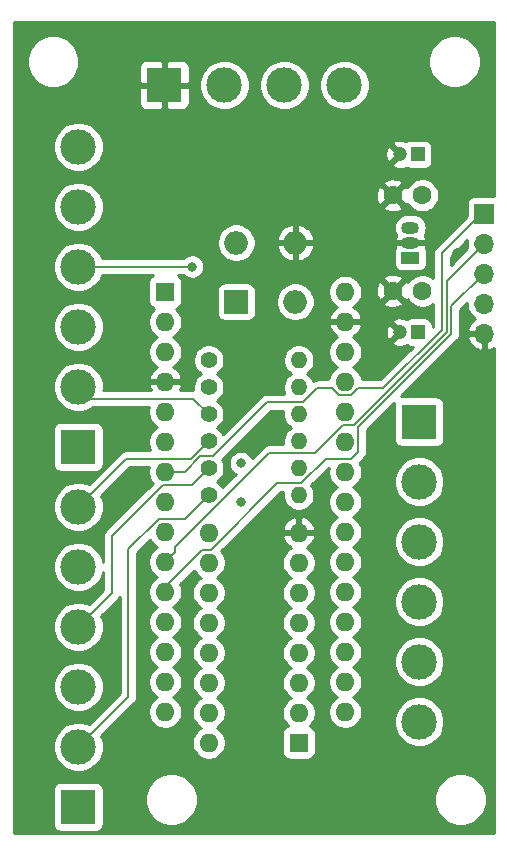
<source format=gbr>
%TF.GenerationSoftware,KiCad,Pcbnew,(5.1.12)-1*%
%TF.CreationDate,2022-01-07T12:55:28+01:00*%
%TF.ProjectId,leddriver,6c656464-7269-4766-9572-2e6b69636164,rev?*%
%TF.SameCoordinates,Original*%
%TF.FileFunction,Copper,L2,Bot*%
%TF.FilePolarity,Positive*%
%FSLAX46Y46*%
G04 Gerber Fmt 4.6, Leading zero omitted, Abs format (unit mm)*
G04 Created by KiCad (PCBNEW (5.1.12)-1) date 2022-01-07 12:55:28*
%MOMM*%
%LPD*%
G01*
G04 APERTURE LIST*
%TA.AperFunction,ComponentPad*%
%ADD10C,1.600000*%
%TD*%
%TA.AperFunction,ComponentPad*%
%ADD11R,1.500000X1.050000*%
%TD*%
%TA.AperFunction,ComponentPad*%
%ADD12O,1.500000X1.050000*%
%TD*%
%TA.AperFunction,ComponentPad*%
%ADD13O,1.600000X1.600000*%
%TD*%
%TA.AperFunction,ComponentPad*%
%ADD14R,1.600000X1.600000*%
%TD*%
%TA.AperFunction,ComponentPad*%
%ADD15O,1.400000X1.400000*%
%TD*%
%TA.AperFunction,ComponentPad*%
%ADD16C,1.400000*%
%TD*%
%TA.AperFunction,ComponentPad*%
%ADD17C,1.200000*%
%TD*%
%TA.AperFunction,ComponentPad*%
%ADD18R,1.200000X1.200000*%
%TD*%
%TA.AperFunction,ComponentPad*%
%ADD19C,3.000000*%
%TD*%
%TA.AperFunction,ComponentPad*%
%ADD20R,3.000000X3.000000*%
%TD*%
%TA.AperFunction,ComponentPad*%
%ADD21O,1.700000X1.700000*%
%TD*%
%TA.AperFunction,ComponentPad*%
%ADD22R,1.700000X1.700000*%
%TD*%
%TA.AperFunction,ComponentPad*%
%ADD23R,2.000000X2.000000*%
%TD*%
%TA.AperFunction,ComponentPad*%
%ADD24O,2.000000X2.000000*%
%TD*%
%TA.AperFunction,ViaPad*%
%ADD25C,0.800000*%
%TD*%
%TA.AperFunction,Conductor*%
%ADD26C,0.200000*%
%TD*%
%TA.AperFunction,Conductor*%
%ADD27C,0.254000*%
%TD*%
%TA.AperFunction,Conductor*%
%ADD28C,0.100000*%
%TD*%
G04 APERTURE END LIST*
D10*
%TO.P,C4,2*%
%TO.N,GND*%
X93766000Y-33841000D03*
%TO.P,C4,1*%
%TO.N,+12V*%
X96266000Y-33841000D03*
%TD*%
D11*
%TO.P,U1,1*%
%TO.N,+5V*%
X95250000Y-39116000D03*
D12*
%TO.P,U1,3*%
%TO.N,+12V*%
X95250000Y-36576000D03*
%TO.P,U1,2*%
%TO.N,GND*%
X95250000Y-37846000D03*
%TD*%
D13*
%TO.P,U2,16*%
%TO.N,Net-(J4-Pad1)*%
X78178000Y-80178000D03*
%TO.P,U2,8*%
%TO.N,GND*%
X85798000Y-62398000D03*
%TO.P,U2,15*%
%TO.N,Net-(J4-Pad3)*%
X78178000Y-77638000D03*
%TO.P,U2,7*%
%TO.N,Net-(U2-Pad7)*%
X85798000Y-64938000D03*
%TO.P,U2,14*%
%TO.N,Net-(J4-Pad5)*%
X78178000Y-75098000D03*
%TO.P,U2,6*%
%TO.N,/pwm1*%
X85798000Y-67478000D03*
%TO.P,U2,13*%
%TO.N,Net-(J3-Pad1)*%
X78178000Y-72558000D03*
%TO.P,U2,5*%
%TO.N,/pwm2*%
X85798000Y-70018000D03*
%TO.P,U2,12*%
%TO.N,Net-(J3-Pad3)*%
X78178000Y-70018000D03*
%TO.P,U2,4*%
%TO.N,/pwm3*%
X85798000Y-72558000D03*
%TO.P,U2,11*%
%TO.N,Net-(J3-Pad5)*%
X78178000Y-67478000D03*
%TO.P,U2,3*%
%TO.N,/pwm4*%
X85798000Y-75098000D03*
%TO.P,U2,10*%
%TO.N,Net-(U2-Pad10)*%
X78178000Y-64938000D03*
%TO.P,U2,2*%
%TO.N,/pwm5*%
X85798000Y-77638000D03*
%TO.P,U2,9*%
%TO.N,Net-(U2-Pad9)*%
X78178000Y-62398000D03*
D14*
%TO.P,U2,1*%
%TO.N,/pwm6*%
X85798000Y-80178000D03*
%TD*%
D15*
%TO.P,R6,2*%
%TO.N,+5V*%
X85798000Y-59223000D03*
D16*
%TO.P,R6,1*%
%TO.N,Net-(J4-Pad2)*%
X78178000Y-59223000D03*
%TD*%
D15*
%TO.P,R5,2*%
%TO.N,+5V*%
X85798000Y-56937000D03*
D16*
%TO.P,R5,1*%
%TO.N,Net-(J4-Pad4)*%
X78178000Y-56937000D03*
%TD*%
D15*
%TO.P,R4,2*%
%TO.N,+5V*%
X85798000Y-54651000D03*
D16*
%TO.P,R4,1*%
%TO.N,Net-(J4-Pad6)*%
X78178000Y-54651000D03*
%TD*%
D15*
%TO.P,R3,2*%
%TO.N,+5V*%
X85798000Y-52365000D03*
D16*
%TO.P,R3,1*%
%TO.N,Net-(J3-Pad2)*%
X78178000Y-52365000D03*
%TD*%
D15*
%TO.P,R2,2*%
%TO.N,+5V*%
X85798000Y-50079000D03*
D16*
%TO.P,R2,1*%
%TO.N,Net-(J3-Pad4)*%
X78178000Y-50079000D03*
%TD*%
D15*
%TO.P,R1,2*%
%TO.N,+5V*%
X85798000Y-47793000D03*
D16*
%TO.P,R1,1*%
%TO.N,Net-(J3-Pad6)*%
X78178000Y-47793000D03*
%TD*%
D10*
%TO.P,C3,2*%
%TO.N,GND*%
X93776000Y-41930000D03*
%TO.P,C3,1*%
%TO.N,+5V*%
X96276000Y-41930000D03*
%TD*%
D17*
%TO.P,C2,2*%
%TO.N,GND*%
X94395000Y-45417000D03*
D18*
%TO.P,C2,1*%
%TO.N,+5V*%
X95895000Y-45417000D03*
%TD*%
D17*
%TO.P,C1,2*%
%TO.N,GND*%
X94371000Y-30373000D03*
D18*
%TO.P,C1,1*%
%TO.N,+12V*%
X95871000Y-30373000D03*
%TD*%
D19*
%TO.P,J4,6*%
%TO.N,Net-(J4-Pad6)*%
X67145000Y-60207000D03*
%TO.P,J4,5*%
%TO.N,Net-(J4-Pad5)*%
X67145000Y-65287000D03*
%TO.P,J4,4*%
%TO.N,Net-(J4-Pad4)*%
X67145000Y-70367000D03*
D20*
%TO.P,J4,1*%
%TO.N,Net-(J4-Pad1)*%
X67145000Y-85607000D03*
D19*
%TO.P,J4,3*%
%TO.N,Net-(J4-Pad3)*%
X67145000Y-75447000D03*
%TO.P,J4,2*%
%TO.N,Net-(J4-Pad2)*%
X67145000Y-80527000D03*
%TD*%
%TO.P,J3,6*%
%TO.N,Net-(J3-Pad6)*%
X67145000Y-29727000D03*
%TO.P,J3,5*%
%TO.N,Net-(J3-Pad5)*%
X67145000Y-34807000D03*
%TO.P,J3,4*%
%TO.N,Net-(J3-Pad4)*%
X67145000Y-39887000D03*
D20*
%TO.P,J3,1*%
%TO.N,Net-(J3-Pad1)*%
X67145000Y-55127000D03*
D19*
%TO.P,J3,3*%
%TO.N,Net-(J3-Pad3)*%
X67145000Y-44967000D03*
%TO.P,J3,2*%
%TO.N,Net-(J3-Pad2)*%
X67145000Y-50047000D03*
%TD*%
%TO.P,J2,6*%
%TO.N,Net-(A1-Pad19)*%
X96000000Y-78400000D03*
%TO.P,J2,5*%
%TO.N,Net-(A1-Pad20)*%
X96000000Y-73320000D03*
%TO.P,J2,4*%
%TO.N,Net-(A1-Pad21)*%
X96000000Y-68240000D03*
D20*
%TO.P,J2,1*%
%TO.N,Net-(A1-Pad24)*%
X96000000Y-53000000D03*
D19*
%TO.P,J2,3*%
%TO.N,Net-(A1-Pad22)*%
X96000000Y-63160000D03*
%TO.P,J2,2*%
%TO.N,Net-(A1-Pad23)*%
X96000000Y-58080000D03*
%TD*%
%TO.P,J1,4*%
%TO.N,Net-(D1-Pad2)*%
X89660000Y-24500000D03*
D20*
%TO.P,J1,1*%
%TO.N,GND*%
X74420000Y-24500000D03*
D19*
%TO.P,J1,3*%
%TO.N,Net-(D1-Pad4)*%
X84580000Y-24500000D03*
%TO.P,J1,2*%
%TO.N,+12V*%
X79500000Y-24500000D03*
%TD*%
D21*
%TO.P,J5,5*%
%TO.N,GND*%
X101500000Y-45540000D03*
%TO.P,J5,4*%
%TO.N,+5V*%
X101500000Y-43000000D03*
%TO.P,J5,3*%
%TO.N,/btn*%
X101500000Y-40460000D03*
%TO.P,J5,2*%
%TO.N,/data*%
X101500000Y-37920000D03*
D22*
%TO.P,J5,1*%
%TO.N,/clock*%
X101500000Y-35380000D03*
%TD*%
D23*
%TO.P,D1,1*%
%TO.N,+12V*%
X80518000Y-42846000D03*
D24*
%TO.P,D1,3*%
%TO.N,GND*%
X85518000Y-37846000D03*
%TO.P,D1,2*%
%TO.N,Net-(D1-Pad2)*%
X85518000Y-42846000D03*
%TO.P,D1,4*%
%TO.N,Net-(D1-Pad4)*%
X80518000Y-37846000D03*
%TD*%
D13*
%TO.P,A1,16*%
%TO.N,Net-(A1-Pad16)*%
X89740000Y-77560000D03*
%TO.P,A1,15*%
%TO.N,Net-(A1-Pad15)*%
X74500000Y-77560000D03*
%TO.P,A1,30*%
%TO.N,Net-(A1-Pad30)*%
X89740000Y-42000000D03*
%TO.P,A1,14*%
%TO.N,/pwm6*%
X74500000Y-75020000D03*
%TO.P,A1,29*%
%TO.N,GND*%
X89740000Y-44540000D03*
%TO.P,A1,13*%
%TO.N,/pwm5*%
X74500000Y-72480000D03*
%TO.P,A1,28*%
%TO.N,Net-(A1-Pad28)*%
X89740000Y-47080000D03*
%TO.P,A1,12*%
%TO.N,/pwm4*%
X74500000Y-69940000D03*
%TO.P,A1,27*%
%TO.N,+5V*%
X89740000Y-49620000D03*
%TO.P,A1,11*%
%TO.N,/btn*%
X74500000Y-67400000D03*
%TO.P,A1,26*%
%TO.N,Net-(A1-Pad26)*%
X89740000Y-52160000D03*
%TO.P,A1,10*%
%TO.N,/data*%
X74500000Y-64860000D03*
%TO.P,A1,25*%
%TO.N,Net-(A1-Pad25)*%
X89740000Y-54700000D03*
%TO.P,A1,9*%
%TO.N,/pwm3*%
X74500000Y-62320000D03*
%TO.P,A1,24*%
%TO.N,Net-(A1-Pad24)*%
X89740000Y-57240000D03*
%TO.P,A1,8*%
%TO.N,/pwm2*%
X74500000Y-59780000D03*
%TO.P,A1,23*%
%TO.N,Net-(A1-Pad23)*%
X89740000Y-59780000D03*
%TO.P,A1,7*%
%TO.N,/clock*%
X74500000Y-57240000D03*
%TO.P,A1,22*%
%TO.N,Net-(A1-Pad22)*%
X89740000Y-62320000D03*
%TO.P,A1,6*%
%TO.N,/pwm1*%
X74500000Y-54700000D03*
%TO.P,A1,21*%
%TO.N,Net-(A1-Pad21)*%
X89740000Y-64860000D03*
%TO.P,A1,5*%
%TO.N,Net-(A1-Pad5)*%
X74500000Y-52160000D03*
%TO.P,A1,20*%
%TO.N,Net-(A1-Pad20)*%
X89740000Y-67400000D03*
%TO.P,A1,4*%
%TO.N,GND*%
X74500000Y-49620000D03*
%TO.P,A1,19*%
%TO.N,Net-(A1-Pad19)*%
X89740000Y-69940000D03*
%TO.P,A1,3*%
%TO.N,Net-(A1-Pad3)*%
X74500000Y-47080000D03*
%TO.P,A1,18*%
%TO.N,Net-(A1-Pad18)*%
X89740000Y-72480000D03*
%TO.P,A1,2*%
%TO.N,Net-(A1-Pad2)*%
X74500000Y-44540000D03*
%TO.P,A1,17*%
%TO.N,Net-(A1-Pad17)*%
X89740000Y-75020000D03*
D14*
%TO.P,A1,1*%
%TO.N,Net-(A1-Pad1)*%
X74500000Y-42000000D03*
%TD*%
D25*
%TO.N,*%
X80899000Y-59817000D03*
X80899000Y-56515000D03*
%TO.N,GND*%
X88646000Y-21336000D03*
X64262000Y-27559000D03*
X64135000Y-66929000D03*
X64516000Y-74930000D03*
X63500000Y-84074000D03*
X70612000Y-86741000D03*
X80899000Y-85344000D03*
X94107000Y-84328000D03*
X100965000Y-76708000D03*
X98806000Y-76200000D03*
X98425000Y-61087000D03*
X100838000Y-58547000D03*
X87884000Y-61214000D03*
X87757000Y-66294000D03*
X87757000Y-72644000D03*
X87630000Y-78486000D03*
X81026000Y-79121000D03*
X82931000Y-76200000D03*
X83566000Y-74041000D03*
X82296000Y-68834000D03*
X81788000Y-65659000D03*
X82423000Y-62103000D03*
X82550000Y-53975000D03*
X81026000Y-50673000D03*
X83185000Y-47625000D03*
X87503000Y-45847000D03*
X91567000Y-45974000D03*
X92202000Y-39116000D03*
X97790000Y-36703000D03*
X99187000Y-38735000D03*
X99187000Y-32766000D03*
X99441000Y-27813000D03*
X93472000Y-25654000D03*
X91313000Y-32131000D03*
X87503000Y-35814000D03*
X81534000Y-33020000D03*
X82423000Y-41021000D03*
X78613000Y-35560000D03*
X75438000Y-33655000D03*
X70231000Y-37465000D03*
X70612000Y-53594000D03*
X69850000Y-47752000D03*
X70485000Y-42164000D03*
X69850000Y-59817000D03*
X91440000Y-82550000D03*
%TO.N,Net-(J3-Pad4)*%
X76778001Y-39878000D03*
%TD*%
D26*
%TO.N,Net-(J3-Pad4)*%
X76769001Y-39887000D02*
X76778001Y-39878000D01*
X67145000Y-39887000D02*
X76769001Y-39887000D01*
%TO.N,Net-(J3-Pad2)*%
X68157999Y-51059999D02*
X67145000Y-50047000D01*
X76872999Y-51059999D02*
X68157999Y-51059999D01*
X78178000Y-52365000D02*
X76872999Y-51059999D01*
%TO.N,Net-(J4-Pad6)*%
X76689001Y-56139999D02*
X71212001Y-56139999D01*
X71212001Y-56139999D02*
X67145000Y-60207000D01*
X78178000Y-54651000D02*
X76689001Y-56139999D01*
%TO.N,Net-(J4-Pad4)*%
X74311997Y-58340001D02*
X69977000Y-62674998D01*
X76774999Y-58340001D02*
X74311997Y-58340001D01*
X78178000Y-56937000D02*
X76774999Y-58340001D01*
X69977000Y-67535000D02*
X67145000Y-70367000D01*
X69977000Y-62674998D02*
X69977000Y-67535000D01*
%TO.N,Net-(J4-Pad2)*%
X78178000Y-59223000D02*
X76187000Y-61214000D01*
X73977998Y-61214000D02*
X71374000Y-63817998D01*
X76187000Y-61214000D02*
X73977998Y-61214000D01*
X71374000Y-76298000D02*
X71374000Y-72136000D01*
X67145000Y-80527000D02*
X71374000Y-76298000D01*
X71374000Y-63817998D02*
X71374000Y-72136000D01*
%TO.N,Net-(J3-Pad3)*%
X67154000Y-44958000D02*
X67145000Y-44967000D01*
%TO.N,Net-(J3-Pad1)*%
X67154000Y-55118000D02*
X67145000Y-55127000D01*
%TO.N,Net-(J4-Pad5)*%
X67154000Y-65278000D02*
X67145000Y-65287000D01*
%TO.N,/clock*%
X97917000Y-38735000D02*
X101272000Y-35380000D01*
X74500000Y-57240000D02*
X76154698Y-57240000D01*
X86176001Y-51364999D02*
X87376000Y-50165000D01*
X92964000Y-50165000D02*
X97917000Y-45212000D01*
X76154698Y-57240000D02*
X77457699Y-55936999D01*
X83128001Y-51364999D02*
X86176001Y-51364999D01*
X90268001Y-50720001D02*
X90823002Y-50165000D01*
X77457699Y-55936999D02*
X78556001Y-55936999D01*
X78556001Y-55936999D02*
X83128001Y-51364999D01*
X87376000Y-50165000D02*
X88656998Y-50165000D01*
X101272000Y-35380000D02*
X101500000Y-35380000D01*
X88656998Y-50165000D02*
X89211999Y-50720001D01*
X89211999Y-50720001D02*
X90268001Y-50720001D01*
X90823002Y-50165000D02*
X92964000Y-50165000D01*
X97917000Y-45212000D02*
X97917000Y-38735000D01*
%TO.N,/data*%
X100650001Y-38769999D02*
X101500000Y-37920000D01*
X98317009Y-41102991D02*
X100650001Y-38769999D01*
X90446299Y-53260001D02*
X98317009Y-45389291D01*
X83286999Y-55651001D02*
X87160997Y-55651001D01*
X89551997Y-53260001D02*
X90446299Y-53260001D01*
X98317009Y-45389291D02*
X98317009Y-41102991D01*
X87160997Y-55651001D02*
X89551997Y-53260001D01*
X75299999Y-64060001D02*
X75299999Y-63638001D01*
X74500000Y-64860000D02*
X75299999Y-64060001D01*
X75299999Y-63638001D02*
X83286999Y-55651001D01*
%TO.N,/btn*%
X74500000Y-66987998D02*
X74500000Y-67400000D01*
X77649999Y-63837999D02*
X74500000Y-66987998D01*
X83981003Y-58222999D02*
X78366003Y-63837999D01*
X85992003Y-58222999D02*
X83981003Y-58222999D01*
X90268001Y-56139999D02*
X88075003Y-56139999D01*
X90840001Y-55567999D02*
X90268001Y-56139999D01*
X90840001Y-53431999D02*
X90840001Y-55567999D01*
X98717020Y-45554980D02*
X90840001Y-53431999D01*
X101500000Y-40460000D02*
X98717020Y-43242980D01*
X78366003Y-63837999D02*
X77649999Y-63837999D01*
X98717020Y-43242980D02*
X98717020Y-45554980D01*
X88075003Y-56139999D02*
X85992003Y-58222999D01*
%TD*%
D27*
%TO.N,GND*%
X102340001Y-33891928D02*
X100650000Y-33891928D01*
X100525518Y-33904188D01*
X100405820Y-33940498D01*
X100295506Y-33999463D01*
X100198815Y-34078815D01*
X100119463Y-34175506D01*
X100060498Y-34285820D01*
X100024188Y-34405518D01*
X100011928Y-34530000D01*
X100011928Y-35600625D01*
X97422808Y-38189746D01*
X97394763Y-38212762D01*
X97302914Y-38324680D01*
X97255068Y-38414194D01*
X97234664Y-38452367D01*
X97192635Y-38590915D01*
X97178444Y-38735000D01*
X97182001Y-38771115D01*
X97182001Y-40809511D01*
X96955727Y-40658320D01*
X96694574Y-40550147D01*
X96417335Y-40495000D01*
X96134665Y-40495000D01*
X95857426Y-40550147D01*
X95596273Y-40658320D01*
X95361241Y-40815363D01*
X95161363Y-41015241D01*
X95027308Y-41215869D01*
X95012671Y-41188486D01*
X94768702Y-41116903D01*
X93955605Y-41930000D01*
X94768702Y-42743097D01*
X95012671Y-42671514D01*
X95026324Y-42642659D01*
X95161363Y-42844759D01*
X95361241Y-43044637D01*
X95596273Y-43201680D01*
X95857426Y-43309853D01*
X96134665Y-43365000D01*
X96417335Y-43365000D01*
X96694574Y-43309853D01*
X96955727Y-43201680D01*
X97182000Y-43050489D01*
X97182000Y-44907553D01*
X97133072Y-44956481D01*
X97133072Y-44817000D01*
X97120812Y-44692518D01*
X97084502Y-44572820D01*
X97025537Y-44462506D01*
X96946185Y-44365815D01*
X96849494Y-44286463D01*
X96739180Y-44227498D01*
X96619482Y-44191188D01*
X96495000Y-44178928D01*
X95295000Y-44178928D01*
X95170518Y-44191188D01*
X95050820Y-44227498D01*
X94940506Y-44286463D01*
X94923319Y-44300568D01*
X94796484Y-44242763D01*
X94559687Y-44187000D01*
X94316562Y-44178505D01*
X94076451Y-44217605D01*
X93848582Y-44302798D01*
X93772148Y-44343652D01*
X93724841Y-44567236D01*
X94395000Y-45237395D01*
X94409143Y-45223253D01*
X94588748Y-45402858D01*
X94574605Y-45417000D01*
X94588748Y-45431143D01*
X94409143Y-45610748D01*
X94395000Y-45596605D01*
X93724841Y-46266764D01*
X93772148Y-46490348D01*
X93993516Y-46591237D01*
X94230313Y-46647000D01*
X94473438Y-46655495D01*
X94713549Y-46616395D01*
X94927117Y-46536549D01*
X94940506Y-46547537D01*
X95050820Y-46606502D01*
X95170518Y-46642812D01*
X95295000Y-46655072D01*
X95434481Y-46655072D01*
X92659554Y-49430000D01*
X91165320Y-49430000D01*
X91119853Y-49201426D01*
X91011680Y-48940273D01*
X90854637Y-48705241D01*
X90654759Y-48505363D01*
X90422241Y-48350000D01*
X90654759Y-48194637D01*
X90854637Y-47994759D01*
X91011680Y-47759727D01*
X91119853Y-47498574D01*
X91175000Y-47221335D01*
X91175000Y-46938665D01*
X91119853Y-46661426D01*
X91011680Y-46400273D01*
X90854637Y-46165241D01*
X90654759Y-45965363D01*
X90419727Y-45808320D01*
X90409135Y-45803933D01*
X90595131Y-45692385D01*
X90803519Y-45503414D01*
X90809431Y-45495438D01*
X93156505Y-45495438D01*
X93195605Y-45735549D01*
X93280798Y-45963418D01*
X93321652Y-46039852D01*
X93545236Y-46087159D01*
X94215395Y-45417000D01*
X93545236Y-44746841D01*
X93321652Y-44794148D01*
X93220763Y-45015516D01*
X93165000Y-45252313D01*
X93156505Y-45495438D01*
X90809431Y-45495438D01*
X90971037Y-45277420D01*
X91091246Y-45023087D01*
X91131904Y-44889039D01*
X91009915Y-44667000D01*
X89867000Y-44667000D01*
X89867000Y-44687000D01*
X89613000Y-44687000D01*
X89613000Y-44667000D01*
X88470085Y-44667000D01*
X88348096Y-44889039D01*
X88388754Y-45023087D01*
X88508963Y-45277420D01*
X88676481Y-45503414D01*
X88884869Y-45692385D01*
X89070865Y-45803933D01*
X89060273Y-45808320D01*
X88825241Y-45965363D01*
X88625363Y-46165241D01*
X88468320Y-46400273D01*
X88360147Y-46661426D01*
X88305000Y-46938665D01*
X88305000Y-47221335D01*
X88360147Y-47498574D01*
X88468320Y-47759727D01*
X88625363Y-47994759D01*
X88825241Y-48194637D01*
X89057759Y-48350000D01*
X88825241Y-48505363D01*
X88625363Y-48705241D01*
X88468320Y-48940273D01*
X88360147Y-49201426D01*
X88314680Y-49430000D01*
X87412105Y-49430000D01*
X87376000Y-49426444D01*
X87339895Y-49430000D01*
X87231915Y-49440635D01*
X87093367Y-49482663D01*
X87013635Y-49525281D01*
X86981061Y-49446641D01*
X86834962Y-49227987D01*
X86649013Y-49042038D01*
X86490315Y-48936000D01*
X86649013Y-48829962D01*
X86834962Y-48644013D01*
X86981061Y-48425359D01*
X87081696Y-48182405D01*
X87133000Y-47924486D01*
X87133000Y-47661514D01*
X87081696Y-47403595D01*
X86981061Y-47160641D01*
X86834962Y-46941987D01*
X86649013Y-46756038D01*
X86430359Y-46609939D01*
X86187405Y-46509304D01*
X85929486Y-46458000D01*
X85666514Y-46458000D01*
X85408595Y-46509304D01*
X85165641Y-46609939D01*
X84946987Y-46756038D01*
X84761038Y-46941987D01*
X84614939Y-47160641D01*
X84514304Y-47403595D01*
X84463000Y-47661514D01*
X84463000Y-47924486D01*
X84514304Y-48182405D01*
X84614939Y-48425359D01*
X84761038Y-48644013D01*
X84946987Y-48829962D01*
X85105685Y-48936000D01*
X84946987Y-49042038D01*
X84761038Y-49227987D01*
X84614939Y-49446641D01*
X84514304Y-49689595D01*
X84463000Y-49947514D01*
X84463000Y-50210486D01*
X84514304Y-50468405D01*
X84581239Y-50629999D01*
X83164095Y-50629999D01*
X83128000Y-50626444D01*
X83091905Y-50629999D01*
X83091896Y-50629999D01*
X82983916Y-50640634D01*
X82845368Y-50682662D01*
X82717681Y-50750912D01*
X82605763Y-50842761D01*
X82582747Y-50870806D01*
X79382692Y-54070862D01*
X79361061Y-54018641D01*
X79214962Y-53799987D01*
X79029013Y-53614038D01*
X78870315Y-53508000D01*
X79029013Y-53401962D01*
X79214962Y-53216013D01*
X79361061Y-52997359D01*
X79461696Y-52754405D01*
X79513000Y-52496486D01*
X79513000Y-52233514D01*
X79461696Y-51975595D01*
X79361061Y-51732641D01*
X79214962Y-51513987D01*
X79029013Y-51328038D01*
X78870315Y-51222000D01*
X79029013Y-51115962D01*
X79214962Y-50930013D01*
X79361061Y-50711359D01*
X79461696Y-50468405D01*
X79513000Y-50210486D01*
X79513000Y-49947514D01*
X79461696Y-49689595D01*
X79361061Y-49446641D01*
X79214962Y-49227987D01*
X79029013Y-49042038D01*
X78870315Y-48936000D01*
X79029013Y-48829962D01*
X79214962Y-48644013D01*
X79361061Y-48425359D01*
X79461696Y-48182405D01*
X79513000Y-47924486D01*
X79513000Y-47661514D01*
X79461696Y-47403595D01*
X79361061Y-47160641D01*
X79214962Y-46941987D01*
X79029013Y-46756038D01*
X78810359Y-46609939D01*
X78567405Y-46509304D01*
X78309486Y-46458000D01*
X78046514Y-46458000D01*
X77788595Y-46509304D01*
X77545641Y-46609939D01*
X77326987Y-46756038D01*
X77141038Y-46941987D01*
X76994939Y-47160641D01*
X76894304Y-47403595D01*
X76843000Y-47661514D01*
X76843000Y-47924486D01*
X76894304Y-48182405D01*
X76994939Y-48425359D01*
X77141038Y-48644013D01*
X77326987Y-48829962D01*
X77485685Y-48936000D01*
X77326987Y-49042038D01*
X77141038Y-49227987D01*
X76994939Y-49446641D01*
X76894304Y-49689595D01*
X76843000Y-49947514D01*
X76843000Y-50210486D01*
X76865223Y-50322209D01*
X76836894Y-50324999D01*
X75746361Y-50324999D01*
X75851246Y-50103087D01*
X75891904Y-49969039D01*
X75769915Y-49747000D01*
X74627000Y-49747000D01*
X74627000Y-49767000D01*
X74373000Y-49767000D01*
X74373000Y-49747000D01*
X73230085Y-49747000D01*
X73108096Y-49969039D01*
X73148754Y-50103087D01*
X73253639Y-50324999D01*
X69266530Y-50324999D01*
X69280000Y-50257279D01*
X69280000Y-49836721D01*
X69197953Y-49424244D01*
X69037012Y-49035698D01*
X68803363Y-48686017D01*
X68505983Y-48388637D01*
X68156302Y-48154988D01*
X67767756Y-47994047D01*
X67355279Y-47912000D01*
X66934721Y-47912000D01*
X66522244Y-47994047D01*
X66133698Y-48154988D01*
X65784017Y-48388637D01*
X65486637Y-48686017D01*
X65252988Y-49035698D01*
X65092047Y-49424244D01*
X65010000Y-49836721D01*
X65010000Y-50257279D01*
X65092047Y-50669756D01*
X65252988Y-51058302D01*
X65486637Y-51407983D01*
X65784017Y-51705363D01*
X66133698Y-51939012D01*
X66522244Y-52099953D01*
X66934721Y-52182000D01*
X67355279Y-52182000D01*
X67767756Y-52099953D01*
X68156302Y-51939012D01*
X68371833Y-51794999D01*
X73109491Y-51794999D01*
X73065000Y-52018665D01*
X73065000Y-52301335D01*
X73120147Y-52578574D01*
X73228320Y-52839727D01*
X73385363Y-53074759D01*
X73585241Y-53274637D01*
X73817759Y-53430000D01*
X73585241Y-53585363D01*
X73385363Y-53785241D01*
X73228320Y-54020273D01*
X73120147Y-54281426D01*
X73065000Y-54558665D01*
X73065000Y-54841335D01*
X73120147Y-55118574D01*
X73228320Y-55379727D01*
X73245206Y-55404999D01*
X71248106Y-55404999D01*
X71212001Y-55401443D01*
X71067915Y-55415634D01*
X71040617Y-55423915D01*
X70929368Y-55457662D01*
X70801681Y-55525912D01*
X70689763Y-55617761D01*
X70666747Y-55645806D01*
X68044058Y-58268495D01*
X67767756Y-58154047D01*
X67355279Y-58072000D01*
X66934721Y-58072000D01*
X66522244Y-58154047D01*
X66133698Y-58314988D01*
X65784017Y-58548637D01*
X65486637Y-58846017D01*
X65252988Y-59195698D01*
X65092047Y-59584244D01*
X65010000Y-59996721D01*
X65010000Y-60417279D01*
X65092047Y-60829756D01*
X65252988Y-61218302D01*
X65486637Y-61567983D01*
X65784017Y-61865363D01*
X66133698Y-62099012D01*
X66522244Y-62259953D01*
X66934721Y-62342000D01*
X67355279Y-62342000D01*
X67767756Y-62259953D01*
X68156302Y-62099012D01*
X68505983Y-61865363D01*
X68803363Y-61567983D01*
X69037012Y-61218302D01*
X69197953Y-60829756D01*
X69280000Y-60417279D01*
X69280000Y-59996721D01*
X69197953Y-59584244D01*
X69083505Y-59307942D01*
X71516448Y-56874999D01*
X73109491Y-56874999D01*
X73065000Y-57098665D01*
X73065000Y-57381335D01*
X73120147Y-57658574D01*
X73228320Y-57919727D01*
X73385363Y-58154759D01*
X73421578Y-58190974D01*
X69482808Y-62129744D01*
X69454762Y-62152761D01*
X69362913Y-62264679D01*
X69294663Y-62392366D01*
X69273742Y-62461335D01*
X69252635Y-62530913D01*
X69238444Y-62674998D01*
X69242000Y-62711103D01*
X69242000Y-64885685D01*
X69197953Y-64664244D01*
X69037012Y-64275698D01*
X68803363Y-63926017D01*
X68505983Y-63628637D01*
X68156302Y-63394988D01*
X67767756Y-63234047D01*
X67355279Y-63152000D01*
X66934721Y-63152000D01*
X66522244Y-63234047D01*
X66133698Y-63394988D01*
X65784017Y-63628637D01*
X65486637Y-63926017D01*
X65252988Y-64275698D01*
X65092047Y-64664244D01*
X65010000Y-65076721D01*
X65010000Y-65497279D01*
X65092047Y-65909756D01*
X65252988Y-66298302D01*
X65486637Y-66647983D01*
X65784017Y-66945363D01*
X66133698Y-67179012D01*
X66522244Y-67339953D01*
X66934721Y-67422000D01*
X67355279Y-67422000D01*
X67767756Y-67339953D01*
X68156302Y-67179012D01*
X68505983Y-66945363D01*
X68803363Y-66647983D01*
X69037012Y-66298302D01*
X69197953Y-65909756D01*
X69242001Y-65688314D01*
X69242001Y-67230552D01*
X68044058Y-68428495D01*
X67767756Y-68314047D01*
X67355279Y-68232000D01*
X66934721Y-68232000D01*
X66522244Y-68314047D01*
X66133698Y-68474988D01*
X65784017Y-68708637D01*
X65486637Y-69006017D01*
X65252988Y-69355698D01*
X65092047Y-69744244D01*
X65010000Y-70156721D01*
X65010000Y-70577279D01*
X65092047Y-70989756D01*
X65252988Y-71378302D01*
X65486637Y-71727983D01*
X65784017Y-72025363D01*
X66133698Y-72259012D01*
X66522244Y-72419953D01*
X66934721Y-72502000D01*
X67355279Y-72502000D01*
X67767756Y-72419953D01*
X68156302Y-72259012D01*
X68505983Y-72025363D01*
X68803363Y-71727983D01*
X69037012Y-71378302D01*
X69197953Y-70989756D01*
X69280000Y-70577279D01*
X69280000Y-70156721D01*
X69197953Y-69744244D01*
X69083505Y-69467942D01*
X70471193Y-68080254D01*
X70499238Y-68057238D01*
X70591087Y-67945320D01*
X70639000Y-67855680D01*
X70639001Y-72099895D01*
X70639000Y-75993553D01*
X68044058Y-78588495D01*
X67767756Y-78474047D01*
X67355279Y-78392000D01*
X66934721Y-78392000D01*
X66522244Y-78474047D01*
X66133698Y-78634988D01*
X65784017Y-78868637D01*
X65486637Y-79166017D01*
X65252988Y-79515698D01*
X65092047Y-79904244D01*
X65010000Y-80316721D01*
X65010000Y-80737279D01*
X65092047Y-81149756D01*
X65252988Y-81538302D01*
X65486637Y-81887983D01*
X65784017Y-82185363D01*
X66133698Y-82419012D01*
X66522244Y-82579953D01*
X66934721Y-82662000D01*
X67355279Y-82662000D01*
X67767756Y-82579953D01*
X68156302Y-82419012D01*
X68505983Y-82185363D01*
X68803363Y-81887983D01*
X69037012Y-81538302D01*
X69197953Y-81149756D01*
X69280000Y-80737279D01*
X69280000Y-80316721D01*
X69197953Y-79904244D01*
X69083505Y-79627942D01*
X71868197Y-76843250D01*
X71896237Y-76820238D01*
X71919250Y-76792197D01*
X71919253Y-76792194D01*
X71988086Y-76708321D01*
X71988087Y-76708320D01*
X72056337Y-76580633D01*
X72098365Y-76442085D01*
X72109000Y-76334105D01*
X72109000Y-76334098D01*
X72112555Y-76298001D01*
X72109000Y-76261904D01*
X72109000Y-64122444D01*
X73229681Y-63001764D01*
X73385363Y-63234759D01*
X73585241Y-63434637D01*
X73817759Y-63590000D01*
X73585241Y-63745363D01*
X73385363Y-63945241D01*
X73228320Y-64180273D01*
X73120147Y-64441426D01*
X73065000Y-64718665D01*
X73065000Y-65001335D01*
X73120147Y-65278574D01*
X73228320Y-65539727D01*
X73385363Y-65774759D01*
X73585241Y-65974637D01*
X73817759Y-66130000D01*
X73585241Y-66285363D01*
X73385363Y-66485241D01*
X73228320Y-66720273D01*
X73120147Y-66981426D01*
X73065000Y-67258665D01*
X73065000Y-67541335D01*
X73120147Y-67818574D01*
X73228320Y-68079727D01*
X73385363Y-68314759D01*
X73585241Y-68514637D01*
X73817759Y-68670000D01*
X73585241Y-68825363D01*
X73385363Y-69025241D01*
X73228320Y-69260273D01*
X73120147Y-69521426D01*
X73065000Y-69798665D01*
X73065000Y-70081335D01*
X73120147Y-70358574D01*
X73228320Y-70619727D01*
X73385363Y-70854759D01*
X73585241Y-71054637D01*
X73817759Y-71210000D01*
X73585241Y-71365363D01*
X73385363Y-71565241D01*
X73228320Y-71800273D01*
X73120147Y-72061426D01*
X73065000Y-72338665D01*
X73065000Y-72621335D01*
X73120147Y-72898574D01*
X73228320Y-73159727D01*
X73385363Y-73394759D01*
X73585241Y-73594637D01*
X73817759Y-73750000D01*
X73585241Y-73905363D01*
X73385363Y-74105241D01*
X73228320Y-74340273D01*
X73120147Y-74601426D01*
X73065000Y-74878665D01*
X73065000Y-75161335D01*
X73120147Y-75438574D01*
X73228320Y-75699727D01*
X73385363Y-75934759D01*
X73585241Y-76134637D01*
X73817759Y-76290000D01*
X73585241Y-76445363D01*
X73385363Y-76645241D01*
X73228320Y-76880273D01*
X73120147Y-77141426D01*
X73065000Y-77418665D01*
X73065000Y-77701335D01*
X73120147Y-77978574D01*
X73228320Y-78239727D01*
X73385363Y-78474759D01*
X73585241Y-78674637D01*
X73820273Y-78831680D01*
X74081426Y-78939853D01*
X74358665Y-78995000D01*
X74641335Y-78995000D01*
X74918574Y-78939853D01*
X75179727Y-78831680D01*
X75414759Y-78674637D01*
X75614637Y-78474759D01*
X75771680Y-78239727D01*
X75879853Y-77978574D01*
X75935000Y-77701335D01*
X75935000Y-77418665D01*
X75879853Y-77141426D01*
X75771680Y-76880273D01*
X75614637Y-76645241D01*
X75414759Y-76445363D01*
X75182241Y-76290000D01*
X75414759Y-76134637D01*
X75614637Y-75934759D01*
X75771680Y-75699727D01*
X75879853Y-75438574D01*
X75935000Y-75161335D01*
X75935000Y-74878665D01*
X75879853Y-74601426D01*
X75771680Y-74340273D01*
X75614637Y-74105241D01*
X75414759Y-73905363D01*
X75182241Y-73750000D01*
X75414759Y-73594637D01*
X75614637Y-73394759D01*
X75771680Y-73159727D01*
X75879853Y-72898574D01*
X75935000Y-72621335D01*
X75935000Y-72338665D01*
X75879853Y-72061426D01*
X75771680Y-71800273D01*
X75614637Y-71565241D01*
X75414759Y-71365363D01*
X75182241Y-71210000D01*
X75414759Y-71054637D01*
X75614637Y-70854759D01*
X75771680Y-70619727D01*
X75879853Y-70358574D01*
X75935000Y-70081335D01*
X75935000Y-69798665D01*
X75879853Y-69521426D01*
X75771680Y-69260273D01*
X75614637Y-69025241D01*
X75414759Y-68825363D01*
X75182241Y-68670000D01*
X75414759Y-68514637D01*
X75614637Y-68314759D01*
X75771680Y-68079727D01*
X75879853Y-67818574D01*
X75935000Y-67541335D01*
X75935000Y-67258665D01*
X75879853Y-66981426D01*
X75782075Y-66745369D01*
X76907681Y-65619764D01*
X77063363Y-65852759D01*
X77263241Y-66052637D01*
X77495759Y-66208000D01*
X77263241Y-66363363D01*
X77063363Y-66563241D01*
X76906320Y-66798273D01*
X76798147Y-67059426D01*
X76743000Y-67336665D01*
X76743000Y-67619335D01*
X76798147Y-67896574D01*
X76906320Y-68157727D01*
X77063363Y-68392759D01*
X77263241Y-68592637D01*
X77495759Y-68748000D01*
X77263241Y-68903363D01*
X77063363Y-69103241D01*
X76906320Y-69338273D01*
X76798147Y-69599426D01*
X76743000Y-69876665D01*
X76743000Y-70159335D01*
X76798147Y-70436574D01*
X76906320Y-70697727D01*
X77063363Y-70932759D01*
X77263241Y-71132637D01*
X77495759Y-71288000D01*
X77263241Y-71443363D01*
X77063363Y-71643241D01*
X76906320Y-71878273D01*
X76798147Y-72139426D01*
X76743000Y-72416665D01*
X76743000Y-72699335D01*
X76798147Y-72976574D01*
X76906320Y-73237727D01*
X77063363Y-73472759D01*
X77263241Y-73672637D01*
X77495759Y-73828000D01*
X77263241Y-73983363D01*
X77063363Y-74183241D01*
X76906320Y-74418273D01*
X76798147Y-74679426D01*
X76743000Y-74956665D01*
X76743000Y-75239335D01*
X76798147Y-75516574D01*
X76906320Y-75777727D01*
X77063363Y-76012759D01*
X77263241Y-76212637D01*
X77495759Y-76368000D01*
X77263241Y-76523363D01*
X77063363Y-76723241D01*
X76906320Y-76958273D01*
X76798147Y-77219426D01*
X76743000Y-77496665D01*
X76743000Y-77779335D01*
X76798147Y-78056574D01*
X76906320Y-78317727D01*
X77063363Y-78552759D01*
X77263241Y-78752637D01*
X77495759Y-78908000D01*
X77263241Y-79063363D01*
X77063363Y-79263241D01*
X76906320Y-79498273D01*
X76798147Y-79759426D01*
X76743000Y-80036665D01*
X76743000Y-80319335D01*
X76798147Y-80596574D01*
X76906320Y-80857727D01*
X77063363Y-81092759D01*
X77263241Y-81292637D01*
X77498273Y-81449680D01*
X77759426Y-81557853D01*
X78036665Y-81613000D01*
X78319335Y-81613000D01*
X78596574Y-81557853D01*
X78857727Y-81449680D01*
X79092759Y-81292637D01*
X79292637Y-81092759D01*
X79449680Y-80857727D01*
X79557853Y-80596574D01*
X79613000Y-80319335D01*
X79613000Y-80036665D01*
X79557853Y-79759426D01*
X79449680Y-79498273D01*
X79369317Y-79378000D01*
X84359928Y-79378000D01*
X84359928Y-80978000D01*
X84372188Y-81102482D01*
X84408498Y-81222180D01*
X84467463Y-81332494D01*
X84546815Y-81429185D01*
X84643506Y-81508537D01*
X84753820Y-81567502D01*
X84873518Y-81603812D01*
X84998000Y-81616072D01*
X86598000Y-81616072D01*
X86722482Y-81603812D01*
X86842180Y-81567502D01*
X86952494Y-81508537D01*
X87049185Y-81429185D01*
X87128537Y-81332494D01*
X87187502Y-81222180D01*
X87223812Y-81102482D01*
X87236072Y-80978000D01*
X87236072Y-79378000D01*
X87223812Y-79253518D01*
X87187502Y-79133820D01*
X87128537Y-79023506D01*
X87049185Y-78926815D01*
X86952494Y-78847463D01*
X86842180Y-78788498D01*
X86722482Y-78752188D01*
X86714039Y-78751357D01*
X86912637Y-78552759D01*
X87069680Y-78317727D01*
X87177853Y-78056574D01*
X87233000Y-77779335D01*
X87233000Y-77496665D01*
X87177853Y-77219426D01*
X87069680Y-76958273D01*
X86912637Y-76723241D01*
X86712759Y-76523363D01*
X86480241Y-76368000D01*
X86712759Y-76212637D01*
X86912637Y-76012759D01*
X87069680Y-75777727D01*
X87177853Y-75516574D01*
X87233000Y-75239335D01*
X87233000Y-74956665D01*
X87177853Y-74679426D01*
X87069680Y-74418273D01*
X86912637Y-74183241D01*
X86712759Y-73983363D01*
X86480241Y-73828000D01*
X86712759Y-73672637D01*
X86912637Y-73472759D01*
X87069680Y-73237727D01*
X87177853Y-72976574D01*
X87233000Y-72699335D01*
X87233000Y-72416665D01*
X87177853Y-72139426D01*
X87069680Y-71878273D01*
X86912637Y-71643241D01*
X86712759Y-71443363D01*
X86480241Y-71288000D01*
X86712759Y-71132637D01*
X86912637Y-70932759D01*
X87069680Y-70697727D01*
X87177853Y-70436574D01*
X87233000Y-70159335D01*
X87233000Y-69876665D01*
X87177853Y-69599426D01*
X87069680Y-69338273D01*
X86912637Y-69103241D01*
X86712759Y-68903363D01*
X86480241Y-68748000D01*
X86712759Y-68592637D01*
X86912637Y-68392759D01*
X87069680Y-68157727D01*
X87177853Y-67896574D01*
X87233000Y-67619335D01*
X87233000Y-67336665D01*
X87177853Y-67059426D01*
X87069680Y-66798273D01*
X86912637Y-66563241D01*
X86712759Y-66363363D01*
X86480241Y-66208000D01*
X86712759Y-66052637D01*
X86912637Y-65852759D01*
X87069680Y-65617727D01*
X87177853Y-65356574D01*
X87233000Y-65079335D01*
X87233000Y-64796665D01*
X87177853Y-64519426D01*
X87069680Y-64258273D01*
X86912637Y-64023241D01*
X86712759Y-63823363D01*
X86477727Y-63666320D01*
X86467135Y-63661933D01*
X86653131Y-63550385D01*
X86861519Y-63361414D01*
X87029037Y-63135420D01*
X87149246Y-62881087D01*
X87189904Y-62747039D01*
X87067915Y-62525000D01*
X85925000Y-62525000D01*
X85925000Y-62545000D01*
X85671000Y-62545000D01*
X85671000Y-62525000D01*
X84528085Y-62525000D01*
X84406096Y-62747039D01*
X84446754Y-62881087D01*
X84566963Y-63135420D01*
X84734481Y-63361414D01*
X84942869Y-63550385D01*
X85128865Y-63661933D01*
X85118273Y-63666320D01*
X84883241Y-63823363D01*
X84683363Y-64023241D01*
X84526320Y-64258273D01*
X84418147Y-64519426D01*
X84363000Y-64796665D01*
X84363000Y-65079335D01*
X84418147Y-65356574D01*
X84526320Y-65617727D01*
X84683363Y-65852759D01*
X84883241Y-66052637D01*
X85115759Y-66208000D01*
X84883241Y-66363363D01*
X84683363Y-66563241D01*
X84526320Y-66798273D01*
X84418147Y-67059426D01*
X84363000Y-67336665D01*
X84363000Y-67619335D01*
X84418147Y-67896574D01*
X84526320Y-68157727D01*
X84683363Y-68392759D01*
X84883241Y-68592637D01*
X85115759Y-68748000D01*
X84883241Y-68903363D01*
X84683363Y-69103241D01*
X84526320Y-69338273D01*
X84418147Y-69599426D01*
X84363000Y-69876665D01*
X84363000Y-70159335D01*
X84418147Y-70436574D01*
X84526320Y-70697727D01*
X84683363Y-70932759D01*
X84883241Y-71132637D01*
X85115759Y-71288000D01*
X84883241Y-71443363D01*
X84683363Y-71643241D01*
X84526320Y-71878273D01*
X84418147Y-72139426D01*
X84363000Y-72416665D01*
X84363000Y-72699335D01*
X84418147Y-72976574D01*
X84526320Y-73237727D01*
X84683363Y-73472759D01*
X84883241Y-73672637D01*
X85115759Y-73828000D01*
X84883241Y-73983363D01*
X84683363Y-74183241D01*
X84526320Y-74418273D01*
X84418147Y-74679426D01*
X84363000Y-74956665D01*
X84363000Y-75239335D01*
X84418147Y-75516574D01*
X84526320Y-75777727D01*
X84683363Y-76012759D01*
X84883241Y-76212637D01*
X85115759Y-76368000D01*
X84883241Y-76523363D01*
X84683363Y-76723241D01*
X84526320Y-76958273D01*
X84418147Y-77219426D01*
X84363000Y-77496665D01*
X84363000Y-77779335D01*
X84418147Y-78056574D01*
X84526320Y-78317727D01*
X84683363Y-78552759D01*
X84881961Y-78751357D01*
X84873518Y-78752188D01*
X84753820Y-78788498D01*
X84643506Y-78847463D01*
X84546815Y-78926815D01*
X84467463Y-79023506D01*
X84408498Y-79133820D01*
X84372188Y-79253518D01*
X84359928Y-79378000D01*
X79369317Y-79378000D01*
X79292637Y-79263241D01*
X79092759Y-79063363D01*
X78860241Y-78908000D01*
X79092759Y-78752637D01*
X79292637Y-78552759D01*
X79449680Y-78317727D01*
X79557853Y-78056574D01*
X79613000Y-77779335D01*
X79613000Y-77496665D01*
X79557853Y-77219426D01*
X79449680Y-76958273D01*
X79292637Y-76723241D01*
X79092759Y-76523363D01*
X78860241Y-76368000D01*
X79092759Y-76212637D01*
X79292637Y-76012759D01*
X79449680Y-75777727D01*
X79557853Y-75516574D01*
X79613000Y-75239335D01*
X79613000Y-74956665D01*
X79557853Y-74679426D01*
X79449680Y-74418273D01*
X79292637Y-74183241D01*
X79092759Y-73983363D01*
X78860241Y-73828000D01*
X79092759Y-73672637D01*
X79292637Y-73472759D01*
X79449680Y-73237727D01*
X79557853Y-72976574D01*
X79613000Y-72699335D01*
X79613000Y-72416665D01*
X79557853Y-72139426D01*
X79449680Y-71878273D01*
X79292637Y-71643241D01*
X79092759Y-71443363D01*
X78860241Y-71288000D01*
X79092759Y-71132637D01*
X79292637Y-70932759D01*
X79449680Y-70697727D01*
X79557853Y-70436574D01*
X79613000Y-70159335D01*
X79613000Y-69876665D01*
X79557853Y-69599426D01*
X79449680Y-69338273D01*
X79292637Y-69103241D01*
X79092759Y-68903363D01*
X78860241Y-68748000D01*
X79092759Y-68592637D01*
X79292637Y-68392759D01*
X79449680Y-68157727D01*
X79557853Y-67896574D01*
X79613000Y-67619335D01*
X79613000Y-67336665D01*
X79557853Y-67059426D01*
X79449680Y-66798273D01*
X79292637Y-66563241D01*
X79092759Y-66363363D01*
X78860241Y-66208000D01*
X79092759Y-66052637D01*
X79292637Y-65852759D01*
X79449680Y-65617727D01*
X79557853Y-65356574D01*
X79613000Y-65079335D01*
X79613000Y-64796665D01*
X79557853Y-64519426D01*
X79449680Y-64258273D01*
X79292637Y-64023241D01*
X79256422Y-63987026D01*
X81194487Y-62048961D01*
X84406096Y-62048961D01*
X84528085Y-62271000D01*
X85671000Y-62271000D01*
X85671000Y-61127376D01*
X85925000Y-61127376D01*
X85925000Y-62271000D01*
X87067915Y-62271000D01*
X87189904Y-62048961D01*
X87149246Y-61914913D01*
X87029037Y-61660580D01*
X86861519Y-61434586D01*
X86653131Y-61245615D01*
X86411881Y-61100930D01*
X86147040Y-61006091D01*
X85925000Y-61127376D01*
X85671000Y-61127376D01*
X85448960Y-61006091D01*
X85184119Y-61100930D01*
X84942869Y-61245615D01*
X84734481Y-61434586D01*
X84566963Y-61660580D01*
X84446754Y-61914913D01*
X84406096Y-62048961D01*
X81194487Y-62048961D01*
X84285450Y-58957999D01*
X84489558Y-58957999D01*
X84463000Y-59091514D01*
X84463000Y-59354486D01*
X84514304Y-59612405D01*
X84614939Y-59855359D01*
X84761038Y-60074013D01*
X84946987Y-60259962D01*
X85165641Y-60406061D01*
X85408595Y-60506696D01*
X85666514Y-60558000D01*
X85929486Y-60558000D01*
X86187405Y-60506696D01*
X86430359Y-60406061D01*
X86649013Y-60259962D01*
X86834962Y-60074013D01*
X86981061Y-59855359D01*
X87081696Y-59612405D01*
X87133000Y-59354486D01*
X87133000Y-59091514D01*
X87081696Y-58833595D01*
X86981061Y-58590641D01*
X86853987Y-58400461D01*
X88342051Y-56912397D01*
X88305000Y-57098665D01*
X88305000Y-57381335D01*
X88360147Y-57658574D01*
X88468320Y-57919727D01*
X88625363Y-58154759D01*
X88825241Y-58354637D01*
X89057759Y-58510000D01*
X88825241Y-58665363D01*
X88625363Y-58865241D01*
X88468320Y-59100273D01*
X88360147Y-59361426D01*
X88305000Y-59638665D01*
X88305000Y-59921335D01*
X88360147Y-60198574D01*
X88468320Y-60459727D01*
X88625363Y-60694759D01*
X88825241Y-60894637D01*
X89057759Y-61050000D01*
X88825241Y-61205363D01*
X88625363Y-61405241D01*
X88468320Y-61640273D01*
X88360147Y-61901426D01*
X88305000Y-62178665D01*
X88305000Y-62461335D01*
X88360147Y-62738574D01*
X88468320Y-62999727D01*
X88625363Y-63234759D01*
X88825241Y-63434637D01*
X89057759Y-63590000D01*
X88825241Y-63745363D01*
X88625363Y-63945241D01*
X88468320Y-64180273D01*
X88360147Y-64441426D01*
X88305000Y-64718665D01*
X88305000Y-65001335D01*
X88360147Y-65278574D01*
X88468320Y-65539727D01*
X88625363Y-65774759D01*
X88825241Y-65974637D01*
X89057759Y-66130000D01*
X88825241Y-66285363D01*
X88625363Y-66485241D01*
X88468320Y-66720273D01*
X88360147Y-66981426D01*
X88305000Y-67258665D01*
X88305000Y-67541335D01*
X88360147Y-67818574D01*
X88468320Y-68079727D01*
X88625363Y-68314759D01*
X88825241Y-68514637D01*
X89057759Y-68670000D01*
X88825241Y-68825363D01*
X88625363Y-69025241D01*
X88468320Y-69260273D01*
X88360147Y-69521426D01*
X88305000Y-69798665D01*
X88305000Y-70081335D01*
X88360147Y-70358574D01*
X88468320Y-70619727D01*
X88625363Y-70854759D01*
X88825241Y-71054637D01*
X89057759Y-71210000D01*
X88825241Y-71365363D01*
X88625363Y-71565241D01*
X88468320Y-71800273D01*
X88360147Y-72061426D01*
X88305000Y-72338665D01*
X88305000Y-72621335D01*
X88360147Y-72898574D01*
X88468320Y-73159727D01*
X88625363Y-73394759D01*
X88825241Y-73594637D01*
X89057759Y-73750000D01*
X88825241Y-73905363D01*
X88625363Y-74105241D01*
X88468320Y-74340273D01*
X88360147Y-74601426D01*
X88305000Y-74878665D01*
X88305000Y-75161335D01*
X88360147Y-75438574D01*
X88468320Y-75699727D01*
X88625363Y-75934759D01*
X88825241Y-76134637D01*
X89057759Y-76290000D01*
X88825241Y-76445363D01*
X88625363Y-76645241D01*
X88468320Y-76880273D01*
X88360147Y-77141426D01*
X88305000Y-77418665D01*
X88305000Y-77701335D01*
X88360147Y-77978574D01*
X88468320Y-78239727D01*
X88625363Y-78474759D01*
X88825241Y-78674637D01*
X89060273Y-78831680D01*
X89321426Y-78939853D01*
X89598665Y-78995000D01*
X89881335Y-78995000D01*
X90158574Y-78939853D01*
X90419727Y-78831680D01*
X90654759Y-78674637D01*
X90854637Y-78474759D01*
X91011680Y-78239727D01*
X91032393Y-78189721D01*
X93865000Y-78189721D01*
X93865000Y-78610279D01*
X93947047Y-79022756D01*
X94107988Y-79411302D01*
X94341637Y-79760983D01*
X94639017Y-80058363D01*
X94988698Y-80292012D01*
X95377244Y-80452953D01*
X95789721Y-80535000D01*
X96210279Y-80535000D01*
X96622756Y-80452953D01*
X97011302Y-80292012D01*
X97360983Y-80058363D01*
X97658363Y-79760983D01*
X97892012Y-79411302D01*
X98052953Y-79022756D01*
X98135000Y-78610279D01*
X98135000Y-78189721D01*
X98052953Y-77777244D01*
X97892012Y-77388698D01*
X97658363Y-77039017D01*
X97360983Y-76741637D01*
X97011302Y-76507988D01*
X96622756Y-76347047D01*
X96210279Y-76265000D01*
X95789721Y-76265000D01*
X95377244Y-76347047D01*
X94988698Y-76507988D01*
X94639017Y-76741637D01*
X94341637Y-77039017D01*
X94107988Y-77388698D01*
X93947047Y-77777244D01*
X93865000Y-78189721D01*
X91032393Y-78189721D01*
X91119853Y-77978574D01*
X91175000Y-77701335D01*
X91175000Y-77418665D01*
X91119853Y-77141426D01*
X91011680Y-76880273D01*
X90854637Y-76645241D01*
X90654759Y-76445363D01*
X90422241Y-76290000D01*
X90654759Y-76134637D01*
X90854637Y-75934759D01*
X91011680Y-75699727D01*
X91119853Y-75438574D01*
X91175000Y-75161335D01*
X91175000Y-74878665D01*
X91119853Y-74601426D01*
X91011680Y-74340273D01*
X90854637Y-74105241D01*
X90654759Y-73905363D01*
X90422241Y-73750000D01*
X90654759Y-73594637D01*
X90854637Y-73394759D01*
X91011680Y-73159727D01*
X91032393Y-73109721D01*
X93865000Y-73109721D01*
X93865000Y-73530279D01*
X93947047Y-73942756D01*
X94107988Y-74331302D01*
X94341637Y-74680983D01*
X94639017Y-74978363D01*
X94988698Y-75212012D01*
X95377244Y-75372953D01*
X95789721Y-75455000D01*
X96210279Y-75455000D01*
X96622756Y-75372953D01*
X97011302Y-75212012D01*
X97360983Y-74978363D01*
X97658363Y-74680983D01*
X97892012Y-74331302D01*
X98052953Y-73942756D01*
X98135000Y-73530279D01*
X98135000Y-73109721D01*
X98052953Y-72697244D01*
X97892012Y-72308698D01*
X97658363Y-71959017D01*
X97360983Y-71661637D01*
X97011302Y-71427988D01*
X96622756Y-71267047D01*
X96210279Y-71185000D01*
X95789721Y-71185000D01*
X95377244Y-71267047D01*
X94988698Y-71427988D01*
X94639017Y-71661637D01*
X94341637Y-71959017D01*
X94107988Y-72308698D01*
X93947047Y-72697244D01*
X93865000Y-73109721D01*
X91032393Y-73109721D01*
X91119853Y-72898574D01*
X91175000Y-72621335D01*
X91175000Y-72338665D01*
X91119853Y-72061426D01*
X91011680Y-71800273D01*
X90854637Y-71565241D01*
X90654759Y-71365363D01*
X90422241Y-71210000D01*
X90654759Y-71054637D01*
X90854637Y-70854759D01*
X91011680Y-70619727D01*
X91119853Y-70358574D01*
X91175000Y-70081335D01*
X91175000Y-69798665D01*
X91119853Y-69521426D01*
X91011680Y-69260273D01*
X90854637Y-69025241D01*
X90654759Y-68825363D01*
X90422241Y-68670000D01*
X90654759Y-68514637D01*
X90854637Y-68314759D01*
X91011680Y-68079727D01*
X91032393Y-68029721D01*
X93865000Y-68029721D01*
X93865000Y-68450279D01*
X93947047Y-68862756D01*
X94107988Y-69251302D01*
X94341637Y-69600983D01*
X94639017Y-69898363D01*
X94988698Y-70132012D01*
X95377244Y-70292953D01*
X95789721Y-70375000D01*
X96210279Y-70375000D01*
X96622756Y-70292953D01*
X97011302Y-70132012D01*
X97360983Y-69898363D01*
X97658363Y-69600983D01*
X97892012Y-69251302D01*
X98052953Y-68862756D01*
X98135000Y-68450279D01*
X98135000Y-68029721D01*
X98052953Y-67617244D01*
X97892012Y-67228698D01*
X97658363Y-66879017D01*
X97360983Y-66581637D01*
X97011302Y-66347988D01*
X96622756Y-66187047D01*
X96210279Y-66105000D01*
X95789721Y-66105000D01*
X95377244Y-66187047D01*
X94988698Y-66347988D01*
X94639017Y-66581637D01*
X94341637Y-66879017D01*
X94107988Y-67228698D01*
X93947047Y-67617244D01*
X93865000Y-68029721D01*
X91032393Y-68029721D01*
X91119853Y-67818574D01*
X91175000Y-67541335D01*
X91175000Y-67258665D01*
X91119853Y-66981426D01*
X91011680Y-66720273D01*
X90854637Y-66485241D01*
X90654759Y-66285363D01*
X90422241Y-66130000D01*
X90654759Y-65974637D01*
X90854637Y-65774759D01*
X91011680Y-65539727D01*
X91119853Y-65278574D01*
X91175000Y-65001335D01*
X91175000Y-64718665D01*
X91119853Y-64441426D01*
X91011680Y-64180273D01*
X90854637Y-63945241D01*
X90654759Y-63745363D01*
X90422241Y-63590000D01*
X90654759Y-63434637D01*
X90854637Y-63234759D01*
X91011680Y-62999727D01*
X91032393Y-62949721D01*
X93865000Y-62949721D01*
X93865000Y-63370279D01*
X93947047Y-63782756D01*
X94107988Y-64171302D01*
X94341637Y-64520983D01*
X94639017Y-64818363D01*
X94988698Y-65052012D01*
X95377244Y-65212953D01*
X95789721Y-65295000D01*
X96210279Y-65295000D01*
X96622756Y-65212953D01*
X97011302Y-65052012D01*
X97360983Y-64818363D01*
X97658363Y-64520983D01*
X97892012Y-64171302D01*
X98052953Y-63782756D01*
X98135000Y-63370279D01*
X98135000Y-62949721D01*
X98052953Y-62537244D01*
X97892012Y-62148698D01*
X97658363Y-61799017D01*
X97360983Y-61501637D01*
X97011302Y-61267988D01*
X96622756Y-61107047D01*
X96210279Y-61025000D01*
X95789721Y-61025000D01*
X95377244Y-61107047D01*
X94988698Y-61267988D01*
X94639017Y-61501637D01*
X94341637Y-61799017D01*
X94107988Y-62148698D01*
X93947047Y-62537244D01*
X93865000Y-62949721D01*
X91032393Y-62949721D01*
X91119853Y-62738574D01*
X91175000Y-62461335D01*
X91175000Y-62178665D01*
X91119853Y-61901426D01*
X91011680Y-61640273D01*
X90854637Y-61405241D01*
X90654759Y-61205363D01*
X90422241Y-61050000D01*
X90654759Y-60894637D01*
X90854637Y-60694759D01*
X91011680Y-60459727D01*
X91119853Y-60198574D01*
X91175000Y-59921335D01*
X91175000Y-59638665D01*
X91119853Y-59361426D01*
X91011680Y-59100273D01*
X90854637Y-58865241D01*
X90654759Y-58665363D01*
X90422241Y-58510000D01*
X90654759Y-58354637D01*
X90854637Y-58154759D01*
X91011680Y-57919727D01*
X91032393Y-57869721D01*
X93865000Y-57869721D01*
X93865000Y-58290279D01*
X93947047Y-58702756D01*
X94107988Y-59091302D01*
X94341637Y-59440983D01*
X94639017Y-59738363D01*
X94988698Y-59972012D01*
X95377244Y-60132953D01*
X95789721Y-60215000D01*
X96210279Y-60215000D01*
X96622756Y-60132953D01*
X97011302Y-59972012D01*
X97360983Y-59738363D01*
X97658363Y-59440983D01*
X97892012Y-59091302D01*
X98052953Y-58702756D01*
X98135000Y-58290279D01*
X98135000Y-57869721D01*
X98052953Y-57457244D01*
X97892012Y-57068698D01*
X97658363Y-56719017D01*
X97360983Y-56421637D01*
X97011302Y-56187988D01*
X96622756Y-56027047D01*
X96210279Y-55945000D01*
X95789721Y-55945000D01*
X95377244Y-56027047D01*
X94988698Y-56187988D01*
X94639017Y-56421637D01*
X94341637Y-56719017D01*
X94107988Y-57068698D01*
X93947047Y-57457244D01*
X93865000Y-57869721D01*
X91032393Y-57869721D01*
X91119853Y-57658574D01*
X91175000Y-57381335D01*
X91175000Y-57098665D01*
X91119853Y-56821426D01*
X91011680Y-56560273D01*
X90961810Y-56485637D01*
X91334194Y-56113253D01*
X91362239Y-56090237D01*
X91454088Y-55978319D01*
X91522338Y-55850632D01*
X91564366Y-55712084D01*
X91575001Y-55604104D01*
X91575001Y-55604097D01*
X91578556Y-55568000D01*
X91575001Y-55531903D01*
X91575001Y-53736445D01*
X93867443Y-51444003D01*
X93861928Y-51500000D01*
X93861928Y-54500000D01*
X93874188Y-54624482D01*
X93910498Y-54744180D01*
X93969463Y-54854494D01*
X94048815Y-54951185D01*
X94145506Y-55030537D01*
X94255820Y-55089502D01*
X94375518Y-55125812D01*
X94500000Y-55138072D01*
X97500000Y-55138072D01*
X97624482Y-55125812D01*
X97744180Y-55089502D01*
X97854494Y-55030537D01*
X97951185Y-54951185D01*
X98030537Y-54854494D01*
X98089502Y-54744180D01*
X98125812Y-54624482D01*
X98138072Y-54500000D01*
X98138072Y-51500000D01*
X98125812Y-51375518D01*
X98089502Y-51255820D01*
X98030537Y-51145506D01*
X97951185Y-51048815D01*
X97854494Y-50969463D01*
X97744180Y-50910498D01*
X97624482Y-50874188D01*
X97500000Y-50861928D01*
X94500000Y-50861928D01*
X94444003Y-50867443D01*
X99211213Y-46100234D01*
X99239258Y-46077218D01*
X99331107Y-45965300D01*
X99367672Y-45896890D01*
X100058524Y-45896890D01*
X100103175Y-46044099D01*
X100228359Y-46306920D01*
X100402412Y-46540269D01*
X100618645Y-46735178D01*
X100868748Y-46884157D01*
X101143109Y-46981481D01*
X101373000Y-46860814D01*
X101373000Y-45667000D01*
X100179845Y-45667000D01*
X100058524Y-45896890D01*
X99367672Y-45896890D01*
X99399357Y-45837613D01*
X99430716Y-45734237D01*
X99441385Y-45699066D01*
X99446710Y-45645000D01*
X99452020Y-45591085D01*
X99452020Y-45591078D01*
X99455575Y-45554981D01*
X99452020Y-45518884D01*
X99452020Y-43547426D01*
X100015000Y-42984446D01*
X100015000Y-43146260D01*
X100072068Y-43433158D01*
X100184010Y-43703411D01*
X100346525Y-43946632D01*
X100553368Y-44153475D01*
X100735534Y-44275195D01*
X100618645Y-44344822D01*
X100402412Y-44539731D01*
X100228359Y-44773080D01*
X100103175Y-45035901D01*
X100058524Y-45183110D01*
X100179845Y-45413000D01*
X101373000Y-45413000D01*
X101373000Y-45393000D01*
X101627000Y-45393000D01*
X101627000Y-45413000D01*
X101647000Y-45413000D01*
X101647000Y-45667000D01*
X101627000Y-45667000D01*
X101627000Y-46860814D01*
X101856891Y-46981481D01*
X102131252Y-46884157D01*
X102340001Y-46759812D01*
X102340000Y-87840000D01*
X61660000Y-87840000D01*
X61660000Y-84107000D01*
X65006928Y-84107000D01*
X65006928Y-87107000D01*
X65019188Y-87231482D01*
X65055498Y-87351180D01*
X65114463Y-87461494D01*
X65193815Y-87558185D01*
X65290506Y-87637537D01*
X65400820Y-87696502D01*
X65520518Y-87732812D01*
X65645000Y-87745072D01*
X68645000Y-87745072D01*
X68769482Y-87732812D01*
X68889180Y-87696502D01*
X68999494Y-87637537D01*
X69096185Y-87558185D01*
X69175537Y-87461494D01*
X69234502Y-87351180D01*
X69270812Y-87231482D01*
X69283072Y-87107000D01*
X69283072Y-84779872D01*
X72765000Y-84779872D01*
X72765000Y-85220128D01*
X72850890Y-85651925D01*
X73019369Y-86058669D01*
X73263962Y-86424729D01*
X73575271Y-86736038D01*
X73941331Y-86980631D01*
X74348075Y-87149110D01*
X74779872Y-87235000D01*
X75220128Y-87235000D01*
X75651925Y-87149110D01*
X76058669Y-86980631D01*
X76424729Y-86736038D01*
X76736038Y-86424729D01*
X76980631Y-86058669D01*
X77149110Y-85651925D01*
X77235000Y-85220128D01*
X77235000Y-84779872D01*
X97265000Y-84779872D01*
X97265000Y-85220128D01*
X97350890Y-85651925D01*
X97519369Y-86058669D01*
X97763962Y-86424729D01*
X98075271Y-86736038D01*
X98441331Y-86980631D01*
X98848075Y-87149110D01*
X99279872Y-87235000D01*
X99720128Y-87235000D01*
X100151925Y-87149110D01*
X100558669Y-86980631D01*
X100924729Y-86736038D01*
X101236038Y-86424729D01*
X101480631Y-86058669D01*
X101649110Y-85651925D01*
X101735000Y-85220128D01*
X101735000Y-84779872D01*
X101649110Y-84348075D01*
X101480631Y-83941331D01*
X101236038Y-83575271D01*
X100924729Y-83263962D01*
X100558669Y-83019369D01*
X100151925Y-82850890D01*
X99720128Y-82765000D01*
X99279872Y-82765000D01*
X98848075Y-82850890D01*
X98441331Y-83019369D01*
X98075271Y-83263962D01*
X97763962Y-83575271D01*
X97519369Y-83941331D01*
X97350890Y-84348075D01*
X97265000Y-84779872D01*
X77235000Y-84779872D01*
X77149110Y-84348075D01*
X76980631Y-83941331D01*
X76736038Y-83575271D01*
X76424729Y-83263962D01*
X76058669Y-83019369D01*
X75651925Y-82850890D01*
X75220128Y-82765000D01*
X74779872Y-82765000D01*
X74348075Y-82850890D01*
X73941331Y-83019369D01*
X73575271Y-83263962D01*
X73263962Y-83575271D01*
X73019369Y-83941331D01*
X72850890Y-84348075D01*
X72765000Y-84779872D01*
X69283072Y-84779872D01*
X69283072Y-84107000D01*
X69270812Y-83982518D01*
X69234502Y-83862820D01*
X69175537Y-83752506D01*
X69096185Y-83655815D01*
X68999494Y-83576463D01*
X68889180Y-83517498D01*
X68769482Y-83481188D01*
X68645000Y-83468928D01*
X65645000Y-83468928D01*
X65520518Y-83481188D01*
X65400820Y-83517498D01*
X65290506Y-83576463D01*
X65193815Y-83655815D01*
X65114463Y-83752506D01*
X65055498Y-83862820D01*
X65019188Y-83982518D01*
X65006928Y-84107000D01*
X61660000Y-84107000D01*
X61660000Y-75236721D01*
X65010000Y-75236721D01*
X65010000Y-75657279D01*
X65092047Y-76069756D01*
X65252988Y-76458302D01*
X65486637Y-76807983D01*
X65784017Y-77105363D01*
X66133698Y-77339012D01*
X66522244Y-77499953D01*
X66934721Y-77582000D01*
X67355279Y-77582000D01*
X67767756Y-77499953D01*
X68156302Y-77339012D01*
X68505983Y-77105363D01*
X68803363Y-76807983D01*
X69037012Y-76458302D01*
X69197953Y-76069756D01*
X69280000Y-75657279D01*
X69280000Y-75236721D01*
X69197953Y-74824244D01*
X69037012Y-74435698D01*
X68803363Y-74086017D01*
X68505983Y-73788637D01*
X68156302Y-73554988D01*
X67767756Y-73394047D01*
X67355279Y-73312000D01*
X66934721Y-73312000D01*
X66522244Y-73394047D01*
X66133698Y-73554988D01*
X65784017Y-73788637D01*
X65486637Y-74086017D01*
X65252988Y-74435698D01*
X65092047Y-74824244D01*
X65010000Y-75236721D01*
X61660000Y-75236721D01*
X61660000Y-53627000D01*
X65006928Y-53627000D01*
X65006928Y-56627000D01*
X65019188Y-56751482D01*
X65055498Y-56871180D01*
X65114463Y-56981494D01*
X65193815Y-57078185D01*
X65290506Y-57157537D01*
X65400820Y-57216502D01*
X65520518Y-57252812D01*
X65645000Y-57265072D01*
X68645000Y-57265072D01*
X68769482Y-57252812D01*
X68889180Y-57216502D01*
X68999494Y-57157537D01*
X69096185Y-57078185D01*
X69175537Y-56981494D01*
X69234502Y-56871180D01*
X69270812Y-56751482D01*
X69283072Y-56627000D01*
X69283072Y-53627000D01*
X69270812Y-53502518D01*
X69234502Y-53382820D01*
X69175537Y-53272506D01*
X69096185Y-53175815D01*
X68999494Y-53096463D01*
X68889180Y-53037498D01*
X68769482Y-53001188D01*
X68645000Y-52988928D01*
X65645000Y-52988928D01*
X65520518Y-53001188D01*
X65400820Y-53037498D01*
X65290506Y-53096463D01*
X65193815Y-53175815D01*
X65114463Y-53272506D01*
X65055498Y-53382820D01*
X65019188Y-53502518D01*
X65006928Y-53627000D01*
X61660000Y-53627000D01*
X61660000Y-44756721D01*
X65010000Y-44756721D01*
X65010000Y-45177279D01*
X65092047Y-45589756D01*
X65252988Y-45978302D01*
X65486637Y-46327983D01*
X65784017Y-46625363D01*
X66133698Y-46859012D01*
X66522244Y-47019953D01*
X66934721Y-47102000D01*
X67355279Y-47102000D01*
X67767756Y-47019953D01*
X68156302Y-46859012D01*
X68505983Y-46625363D01*
X68803363Y-46327983D01*
X69037012Y-45978302D01*
X69197953Y-45589756D01*
X69280000Y-45177279D01*
X69280000Y-44756721D01*
X69197953Y-44344244D01*
X69037012Y-43955698D01*
X68803363Y-43606017D01*
X68505983Y-43308637D01*
X68156302Y-43074988D01*
X67767756Y-42914047D01*
X67355279Y-42832000D01*
X66934721Y-42832000D01*
X66522244Y-42914047D01*
X66133698Y-43074988D01*
X65784017Y-43308637D01*
X65486637Y-43606017D01*
X65252988Y-43955698D01*
X65092047Y-44344244D01*
X65010000Y-44756721D01*
X61660000Y-44756721D01*
X61660000Y-39676721D01*
X65010000Y-39676721D01*
X65010000Y-40097279D01*
X65092047Y-40509756D01*
X65252988Y-40898302D01*
X65486637Y-41247983D01*
X65784017Y-41545363D01*
X66133698Y-41779012D01*
X66522244Y-41939953D01*
X66934721Y-42022000D01*
X67355279Y-42022000D01*
X67767756Y-41939953D01*
X68156302Y-41779012D01*
X68505983Y-41545363D01*
X68803363Y-41247983D01*
X69037012Y-40898302D01*
X69151460Y-40622000D01*
X73434302Y-40622000D01*
X73345506Y-40669463D01*
X73248815Y-40748815D01*
X73169463Y-40845506D01*
X73110498Y-40955820D01*
X73074188Y-41075518D01*
X73061928Y-41200000D01*
X73061928Y-42800000D01*
X73074188Y-42924482D01*
X73110498Y-43044180D01*
X73169463Y-43154494D01*
X73248815Y-43251185D01*
X73345506Y-43330537D01*
X73455820Y-43389502D01*
X73575518Y-43425812D01*
X73583961Y-43426643D01*
X73385363Y-43625241D01*
X73228320Y-43860273D01*
X73120147Y-44121426D01*
X73065000Y-44398665D01*
X73065000Y-44681335D01*
X73120147Y-44958574D01*
X73228320Y-45219727D01*
X73385363Y-45454759D01*
X73585241Y-45654637D01*
X73817759Y-45810000D01*
X73585241Y-45965363D01*
X73385363Y-46165241D01*
X73228320Y-46400273D01*
X73120147Y-46661426D01*
X73065000Y-46938665D01*
X73065000Y-47221335D01*
X73120147Y-47498574D01*
X73228320Y-47759727D01*
X73385363Y-47994759D01*
X73585241Y-48194637D01*
X73820273Y-48351680D01*
X73830865Y-48356067D01*
X73644869Y-48467615D01*
X73436481Y-48656586D01*
X73268963Y-48882580D01*
X73148754Y-49136913D01*
X73108096Y-49270961D01*
X73230085Y-49493000D01*
X74373000Y-49493000D01*
X74373000Y-49473000D01*
X74627000Y-49473000D01*
X74627000Y-49493000D01*
X75769915Y-49493000D01*
X75891904Y-49270961D01*
X75851246Y-49136913D01*
X75731037Y-48882580D01*
X75563519Y-48656586D01*
X75355131Y-48467615D01*
X75169135Y-48356067D01*
X75179727Y-48351680D01*
X75414759Y-48194637D01*
X75614637Y-47994759D01*
X75771680Y-47759727D01*
X75879853Y-47498574D01*
X75935000Y-47221335D01*
X75935000Y-46938665D01*
X75879853Y-46661426D01*
X75771680Y-46400273D01*
X75614637Y-46165241D01*
X75414759Y-45965363D01*
X75182241Y-45810000D01*
X75414759Y-45654637D01*
X75614637Y-45454759D01*
X75771680Y-45219727D01*
X75879853Y-44958574D01*
X75935000Y-44681335D01*
X75935000Y-44398665D01*
X75879853Y-44121426D01*
X75771680Y-43860273D01*
X75614637Y-43625241D01*
X75416039Y-43426643D01*
X75424482Y-43425812D01*
X75544180Y-43389502D01*
X75654494Y-43330537D01*
X75751185Y-43251185D01*
X75830537Y-43154494D01*
X75889502Y-43044180D01*
X75925812Y-42924482D01*
X75938072Y-42800000D01*
X75938072Y-41846000D01*
X78879928Y-41846000D01*
X78879928Y-43846000D01*
X78892188Y-43970482D01*
X78928498Y-44090180D01*
X78987463Y-44200494D01*
X79066815Y-44297185D01*
X79163506Y-44376537D01*
X79273820Y-44435502D01*
X79393518Y-44471812D01*
X79518000Y-44484072D01*
X81518000Y-44484072D01*
X81642482Y-44471812D01*
X81762180Y-44435502D01*
X81872494Y-44376537D01*
X81969185Y-44297185D01*
X82048537Y-44200494D01*
X82107502Y-44090180D01*
X82143812Y-43970482D01*
X82156072Y-43846000D01*
X82156072Y-42684967D01*
X83883000Y-42684967D01*
X83883000Y-43007033D01*
X83945832Y-43322912D01*
X84069082Y-43620463D01*
X84248013Y-43888252D01*
X84475748Y-44115987D01*
X84743537Y-44294918D01*
X85041088Y-44418168D01*
X85356967Y-44481000D01*
X85679033Y-44481000D01*
X85994912Y-44418168D01*
X86292463Y-44294918D01*
X86560252Y-44115987D01*
X86787987Y-43888252D01*
X86966918Y-43620463D01*
X87090168Y-43322912D01*
X87153000Y-43007033D01*
X87153000Y-42684967D01*
X87090168Y-42369088D01*
X86966918Y-42071537D01*
X86824682Y-41858665D01*
X88305000Y-41858665D01*
X88305000Y-42141335D01*
X88360147Y-42418574D01*
X88468320Y-42679727D01*
X88625363Y-42914759D01*
X88825241Y-43114637D01*
X89060273Y-43271680D01*
X89070865Y-43276067D01*
X88884869Y-43387615D01*
X88676481Y-43576586D01*
X88508963Y-43802580D01*
X88388754Y-44056913D01*
X88348096Y-44190961D01*
X88470085Y-44413000D01*
X89613000Y-44413000D01*
X89613000Y-44393000D01*
X89867000Y-44393000D01*
X89867000Y-44413000D01*
X91009915Y-44413000D01*
X91131904Y-44190961D01*
X91091246Y-44056913D01*
X90971037Y-43802580D01*
X90803519Y-43576586D01*
X90595131Y-43387615D01*
X90409135Y-43276067D01*
X90419727Y-43271680D01*
X90654759Y-43114637D01*
X90846694Y-42922702D01*
X92962903Y-42922702D01*
X93034486Y-43166671D01*
X93289996Y-43287571D01*
X93564184Y-43356300D01*
X93846512Y-43370217D01*
X94126130Y-43328787D01*
X94392292Y-43233603D01*
X94517514Y-43166671D01*
X94589097Y-42922702D01*
X93776000Y-42109605D01*
X92962903Y-42922702D01*
X90846694Y-42922702D01*
X90854637Y-42914759D01*
X91011680Y-42679727D01*
X91119853Y-42418574D01*
X91175000Y-42141335D01*
X91175000Y-42000512D01*
X92335783Y-42000512D01*
X92377213Y-42280130D01*
X92472397Y-42546292D01*
X92539329Y-42671514D01*
X92783298Y-42743097D01*
X93596395Y-41930000D01*
X92783298Y-41116903D01*
X92539329Y-41188486D01*
X92418429Y-41443996D01*
X92349700Y-41718184D01*
X92335783Y-42000512D01*
X91175000Y-42000512D01*
X91175000Y-41858665D01*
X91119853Y-41581426D01*
X91011680Y-41320273D01*
X90854637Y-41085241D01*
X90706694Y-40937298D01*
X92962903Y-40937298D01*
X93776000Y-41750395D01*
X94589097Y-40937298D01*
X94517514Y-40693329D01*
X94262004Y-40572429D01*
X93987816Y-40503700D01*
X93705488Y-40489783D01*
X93425870Y-40531213D01*
X93159708Y-40626397D01*
X93034486Y-40693329D01*
X92962903Y-40937298D01*
X90706694Y-40937298D01*
X90654759Y-40885363D01*
X90419727Y-40728320D01*
X90158574Y-40620147D01*
X89881335Y-40565000D01*
X89598665Y-40565000D01*
X89321426Y-40620147D01*
X89060273Y-40728320D01*
X88825241Y-40885363D01*
X88625363Y-41085241D01*
X88468320Y-41320273D01*
X88360147Y-41581426D01*
X88305000Y-41858665D01*
X86824682Y-41858665D01*
X86787987Y-41803748D01*
X86560252Y-41576013D01*
X86292463Y-41397082D01*
X85994912Y-41273832D01*
X85679033Y-41211000D01*
X85356967Y-41211000D01*
X85041088Y-41273832D01*
X84743537Y-41397082D01*
X84475748Y-41576013D01*
X84248013Y-41803748D01*
X84069082Y-42071537D01*
X83945832Y-42369088D01*
X83883000Y-42684967D01*
X82156072Y-42684967D01*
X82156072Y-41846000D01*
X82143812Y-41721518D01*
X82107502Y-41601820D01*
X82048537Y-41491506D01*
X81969185Y-41394815D01*
X81872494Y-41315463D01*
X81762180Y-41256498D01*
X81642482Y-41220188D01*
X81518000Y-41207928D01*
X79518000Y-41207928D01*
X79393518Y-41220188D01*
X79273820Y-41256498D01*
X79163506Y-41315463D01*
X79066815Y-41394815D01*
X78987463Y-41491506D01*
X78928498Y-41601820D01*
X78892188Y-41721518D01*
X78879928Y-41846000D01*
X75938072Y-41846000D01*
X75938072Y-41200000D01*
X75925812Y-41075518D01*
X75889502Y-40955820D01*
X75830537Y-40845506D01*
X75751185Y-40748815D01*
X75654494Y-40669463D01*
X75565698Y-40622000D01*
X76058290Y-40622000D01*
X76118227Y-40681937D01*
X76287745Y-40795205D01*
X76476103Y-40873226D01*
X76676062Y-40913000D01*
X76879940Y-40913000D01*
X77079899Y-40873226D01*
X77268257Y-40795205D01*
X77437775Y-40681937D01*
X77581938Y-40537774D01*
X77695206Y-40368256D01*
X77773227Y-40179898D01*
X77813001Y-39979939D01*
X77813001Y-39776061D01*
X77773227Y-39576102D01*
X77695206Y-39387744D01*
X77581938Y-39218226D01*
X77437775Y-39074063D01*
X77268257Y-38960795D01*
X77079899Y-38882774D01*
X76879940Y-38843000D01*
X76676062Y-38843000D01*
X76476103Y-38882774D01*
X76287745Y-38960795D01*
X76118227Y-39074063D01*
X76040290Y-39152000D01*
X69151460Y-39152000D01*
X69037012Y-38875698D01*
X68803363Y-38526017D01*
X68505983Y-38228637D01*
X68156302Y-37994988D01*
X67767756Y-37834047D01*
X67355279Y-37752000D01*
X66934721Y-37752000D01*
X66522244Y-37834047D01*
X66133698Y-37994988D01*
X65784017Y-38228637D01*
X65486637Y-38526017D01*
X65252988Y-38875698D01*
X65092047Y-39264244D01*
X65010000Y-39676721D01*
X61660000Y-39676721D01*
X61660000Y-37684967D01*
X78883000Y-37684967D01*
X78883000Y-38007033D01*
X78945832Y-38322912D01*
X79069082Y-38620463D01*
X79248013Y-38888252D01*
X79475748Y-39115987D01*
X79743537Y-39294918D01*
X80041088Y-39418168D01*
X80356967Y-39481000D01*
X80679033Y-39481000D01*
X80994912Y-39418168D01*
X81292463Y-39294918D01*
X81560252Y-39115987D01*
X81787987Y-38888252D01*
X81966918Y-38620463D01*
X82090168Y-38322912D01*
X82109358Y-38226435D01*
X83927871Y-38226435D01*
X84032644Y-38529344D01*
X84194499Y-38805992D01*
X84407215Y-39045748D01*
X84662618Y-39239399D01*
X84950893Y-39379502D01*
X85137566Y-39436124D01*
X85391000Y-39316777D01*
X85391000Y-37973000D01*
X85645000Y-37973000D01*
X85645000Y-39316777D01*
X85898434Y-39436124D01*
X86085107Y-39379502D01*
X86373382Y-39239399D01*
X86628785Y-39045748D01*
X86841501Y-38805992D01*
X86967283Y-38591000D01*
X93861928Y-38591000D01*
X93861928Y-39641000D01*
X93874188Y-39765482D01*
X93910498Y-39885180D01*
X93969463Y-39995494D01*
X94048815Y-40092185D01*
X94145506Y-40171537D01*
X94255820Y-40230502D01*
X94375518Y-40266812D01*
X94500000Y-40279072D01*
X96000000Y-40279072D01*
X96124482Y-40266812D01*
X96244180Y-40230502D01*
X96354494Y-40171537D01*
X96451185Y-40092185D01*
X96530537Y-39995494D01*
X96589502Y-39885180D01*
X96625812Y-39765482D01*
X96638072Y-39641000D01*
X96638072Y-38591000D01*
X96625812Y-38466518D01*
X96589502Y-38346820D01*
X96554824Y-38281943D01*
X96585272Y-38213337D01*
X96593964Y-38151810D01*
X96468163Y-37973000D01*
X96150235Y-37973000D01*
X96124482Y-37965188D01*
X96000000Y-37952928D01*
X94500000Y-37952928D01*
X94375518Y-37965188D01*
X94349765Y-37973000D01*
X94031837Y-37973000D01*
X93906036Y-38151810D01*
X93914728Y-38213337D01*
X93945176Y-38281943D01*
X93910498Y-38346820D01*
X93874188Y-38466518D01*
X93861928Y-38591000D01*
X86967283Y-38591000D01*
X87003356Y-38529344D01*
X87108129Y-38226435D01*
X86989315Y-37973000D01*
X85645000Y-37973000D01*
X85391000Y-37973000D01*
X84046685Y-37973000D01*
X83927871Y-38226435D01*
X82109358Y-38226435D01*
X82153000Y-38007033D01*
X82153000Y-37684967D01*
X82109359Y-37465565D01*
X83927871Y-37465565D01*
X84046685Y-37719000D01*
X85391000Y-37719000D01*
X85391000Y-36375223D01*
X85645000Y-36375223D01*
X85645000Y-37719000D01*
X86989315Y-37719000D01*
X87108129Y-37465565D01*
X87003356Y-37162656D01*
X86841501Y-36886008D01*
X86628785Y-36646252D01*
X86536131Y-36576000D01*
X93859388Y-36576000D01*
X93881785Y-36803400D01*
X93948115Y-37022060D01*
X94048929Y-37210669D01*
X94007725Y-37269118D01*
X93914728Y-37478663D01*
X93906036Y-37540190D01*
X94031837Y-37719000D01*
X94796891Y-37719000D01*
X94797600Y-37719215D01*
X94968021Y-37736000D01*
X95531979Y-37736000D01*
X95702400Y-37719215D01*
X95703109Y-37719000D01*
X96468163Y-37719000D01*
X96593964Y-37540190D01*
X96585272Y-37478663D01*
X96492275Y-37269118D01*
X96451071Y-37210669D01*
X96551885Y-37022060D01*
X96618215Y-36803400D01*
X96640612Y-36576000D01*
X96618215Y-36348600D01*
X96551885Y-36129940D01*
X96444171Y-35928421D01*
X96299212Y-35751788D01*
X96122579Y-35606829D01*
X95921060Y-35499115D01*
X95702400Y-35432785D01*
X95531979Y-35416000D01*
X94968021Y-35416000D01*
X94797600Y-35432785D01*
X94578940Y-35499115D01*
X94377421Y-35606829D01*
X94200788Y-35751788D01*
X94055829Y-35928421D01*
X93948115Y-36129940D01*
X93881785Y-36348600D01*
X93859388Y-36576000D01*
X86536131Y-36576000D01*
X86373382Y-36452601D01*
X86085107Y-36312498D01*
X85898434Y-36255876D01*
X85645000Y-36375223D01*
X85391000Y-36375223D01*
X85137566Y-36255876D01*
X84950893Y-36312498D01*
X84662618Y-36452601D01*
X84407215Y-36646252D01*
X84194499Y-36886008D01*
X84032644Y-37162656D01*
X83927871Y-37465565D01*
X82109359Y-37465565D01*
X82090168Y-37369088D01*
X81966918Y-37071537D01*
X81787987Y-36803748D01*
X81560252Y-36576013D01*
X81292463Y-36397082D01*
X80994912Y-36273832D01*
X80679033Y-36211000D01*
X80356967Y-36211000D01*
X80041088Y-36273832D01*
X79743537Y-36397082D01*
X79475748Y-36576013D01*
X79248013Y-36803748D01*
X79069082Y-37071537D01*
X78945832Y-37369088D01*
X78883000Y-37684967D01*
X61660000Y-37684967D01*
X61660000Y-34596721D01*
X65010000Y-34596721D01*
X65010000Y-35017279D01*
X65092047Y-35429756D01*
X65252988Y-35818302D01*
X65486637Y-36167983D01*
X65784017Y-36465363D01*
X66133698Y-36699012D01*
X66522244Y-36859953D01*
X66934721Y-36942000D01*
X67355279Y-36942000D01*
X67767756Y-36859953D01*
X68156302Y-36699012D01*
X68505983Y-36465363D01*
X68803363Y-36167983D01*
X69037012Y-35818302D01*
X69197953Y-35429756D01*
X69280000Y-35017279D01*
X69280000Y-34833702D01*
X92952903Y-34833702D01*
X93024486Y-35077671D01*
X93279996Y-35198571D01*
X93554184Y-35267300D01*
X93836512Y-35281217D01*
X94116130Y-35239787D01*
X94382292Y-35144603D01*
X94507514Y-35077671D01*
X94579097Y-34833702D01*
X93766000Y-34020605D01*
X92952903Y-34833702D01*
X69280000Y-34833702D01*
X69280000Y-34596721D01*
X69197953Y-34184244D01*
X69084984Y-33911512D01*
X92325783Y-33911512D01*
X92367213Y-34191130D01*
X92462397Y-34457292D01*
X92529329Y-34582514D01*
X92773298Y-34654097D01*
X93586395Y-33841000D01*
X93945605Y-33841000D01*
X94758702Y-34654097D01*
X95002671Y-34582514D01*
X95016324Y-34553659D01*
X95151363Y-34755759D01*
X95351241Y-34955637D01*
X95586273Y-35112680D01*
X95847426Y-35220853D01*
X96124665Y-35276000D01*
X96407335Y-35276000D01*
X96684574Y-35220853D01*
X96945727Y-35112680D01*
X97180759Y-34955637D01*
X97380637Y-34755759D01*
X97537680Y-34520727D01*
X97645853Y-34259574D01*
X97701000Y-33982335D01*
X97701000Y-33699665D01*
X97645853Y-33422426D01*
X97537680Y-33161273D01*
X97380637Y-32926241D01*
X97180759Y-32726363D01*
X96945727Y-32569320D01*
X96684574Y-32461147D01*
X96407335Y-32406000D01*
X96124665Y-32406000D01*
X95847426Y-32461147D01*
X95586273Y-32569320D01*
X95351241Y-32726363D01*
X95151363Y-32926241D01*
X95017308Y-33126869D01*
X95002671Y-33099486D01*
X94758702Y-33027903D01*
X93945605Y-33841000D01*
X93586395Y-33841000D01*
X92773298Y-33027903D01*
X92529329Y-33099486D01*
X92408429Y-33354996D01*
X92339700Y-33629184D01*
X92325783Y-33911512D01*
X69084984Y-33911512D01*
X69037012Y-33795698D01*
X68803363Y-33446017D01*
X68505983Y-33148637D01*
X68156302Y-32914988D01*
X67995299Y-32848298D01*
X92952903Y-32848298D01*
X93766000Y-33661395D01*
X94579097Y-32848298D01*
X94507514Y-32604329D01*
X94252004Y-32483429D01*
X93977816Y-32414700D01*
X93695488Y-32400783D01*
X93415870Y-32442213D01*
X93149708Y-32537397D01*
X93024486Y-32604329D01*
X92952903Y-32848298D01*
X67995299Y-32848298D01*
X67767756Y-32754047D01*
X67355279Y-32672000D01*
X66934721Y-32672000D01*
X66522244Y-32754047D01*
X66133698Y-32914988D01*
X65784017Y-33148637D01*
X65486637Y-33446017D01*
X65252988Y-33795698D01*
X65092047Y-34184244D01*
X65010000Y-34596721D01*
X61660000Y-34596721D01*
X61660000Y-29516721D01*
X65010000Y-29516721D01*
X65010000Y-29937279D01*
X65092047Y-30349756D01*
X65252988Y-30738302D01*
X65486637Y-31087983D01*
X65784017Y-31385363D01*
X66133698Y-31619012D01*
X66522244Y-31779953D01*
X66934721Y-31862000D01*
X67355279Y-31862000D01*
X67767756Y-31779953D01*
X68156302Y-31619012D01*
X68505983Y-31385363D01*
X68803363Y-31087983D01*
X69037012Y-30738302D01*
X69155834Y-30451438D01*
X93132505Y-30451438D01*
X93171605Y-30691549D01*
X93256798Y-30919418D01*
X93297652Y-30995852D01*
X93521236Y-31043159D01*
X94191395Y-30373000D01*
X93521236Y-29702841D01*
X93297652Y-29750148D01*
X93196763Y-29971516D01*
X93141000Y-30208313D01*
X93132505Y-30451438D01*
X69155834Y-30451438D01*
X69197953Y-30349756D01*
X69280000Y-29937279D01*
X69280000Y-29523236D01*
X93700841Y-29523236D01*
X94371000Y-30193395D01*
X94385143Y-30179253D01*
X94564748Y-30358858D01*
X94550605Y-30373000D01*
X94564748Y-30387143D01*
X94385143Y-30566748D01*
X94371000Y-30552605D01*
X93700841Y-31222764D01*
X93748148Y-31446348D01*
X93969516Y-31547237D01*
X94206313Y-31603000D01*
X94449438Y-31611495D01*
X94689549Y-31572395D01*
X94903117Y-31492549D01*
X94916506Y-31503537D01*
X95026820Y-31562502D01*
X95146518Y-31598812D01*
X95271000Y-31611072D01*
X96471000Y-31611072D01*
X96595482Y-31598812D01*
X96715180Y-31562502D01*
X96825494Y-31503537D01*
X96922185Y-31424185D01*
X97001537Y-31327494D01*
X97060502Y-31217180D01*
X97096812Y-31097482D01*
X97109072Y-30973000D01*
X97109072Y-29773000D01*
X97096812Y-29648518D01*
X97060502Y-29528820D01*
X97001537Y-29418506D01*
X96922185Y-29321815D01*
X96825494Y-29242463D01*
X96715180Y-29183498D01*
X96595482Y-29147188D01*
X96471000Y-29134928D01*
X95271000Y-29134928D01*
X95146518Y-29147188D01*
X95026820Y-29183498D01*
X94916506Y-29242463D01*
X94899319Y-29256568D01*
X94772484Y-29198763D01*
X94535687Y-29143000D01*
X94292562Y-29134505D01*
X94052451Y-29173605D01*
X93824582Y-29258798D01*
X93748148Y-29299652D01*
X93700841Y-29523236D01*
X69280000Y-29523236D01*
X69280000Y-29516721D01*
X69197953Y-29104244D01*
X69037012Y-28715698D01*
X68803363Y-28366017D01*
X68505983Y-28068637D01*
X68156302Y-27834988D01*
X67767756Y-27674047D01*
X67355279Y-27592000D01*
X66934721Y-27592000D01*
X66522244Y-27674047D01*
X66133698Y-27834988D01*
X65784017Y-28068637D01*
X65486637Y-28366017D01*
X65252988Y-28715698D01*
X65092047Y-29104244D01*
X65010000Y-29516721D01*
X61660000Y-29516721D01*
X61660000Y-26000000D01*
X72281928Y-26000000D01*
X72294188Y-26124482D01*
X72330498Y-26244180D01*
X72389463Y-26354494D01*
X72468815Y-26451185D01*
X72565506Y-26530537D01*
X72675820Y-26589502D01*
X72795518Y-26625812D01*
X72920000Y-26638072D01*
X74134250Y-26635000D01*
X74293000Y-26476250D01*
X74293000Y-24627000D01*
X74547000Y-24627000D01*
X74547000Y-26476250D01*
X74705750Y-26635000D01*
X75920000Y-26638072D01*
X76044482Y-26625812D01*
X76164180Y-26589502D01*
X76274494Y-26530537D01*
X76371185Y-26451185D01*
X76450537Y-26354494D01*
X76509502Y-26244180D01*
X76545812Y-26124482D01*
X76558072Y-26000000D01*
X76555000Y-24785750D01*
X76396250Y-24627000D01*
X74547000Y-24627000D01*
X74293000Y-24627000D01*
X72443750Y-24627000D01*
X72285000Y-24785750D01*
X72281928Y-26000000D01*
X61660000Y-26000000D01*
X61660000Y-22279872D01*
X62765000Y-22279872D01*
X62765000Y-22720128D01*
X62850890Y-23151925D01*
X63019369Y-23558669D01*
X63263962Y-23924729D01*
X63575271Y-24236038D01*
X63941331Y-24480631D01*
X64348075Y-24649110D01*
X64779872Y-24735000D01*
X65220128Y-24735000D01*
X65651925Y-24649110D01*
X66058669Y-24480631D01*
X66424729Y-24236038D01*
X66736038Y-23924729D01*
X66980631Y-23558669D01*
X67149110Y-23151925D01*
X67179329Y-23000000D01*
X72281928Y-23000000D01*
X72285000Y-24214250D01*
X72443750Y-24373000D01*
X74293000Y-24373000D01*
X74293000Y-22523750D01*
X74547000Y-22523750D01*
X74547000Y-24373000D01*
X76396250Y-24373000D01*
X76479529Y-24289721D01*
X77365000Y-24289721D01*
X77365000Y-24710279D01*
X77447047Y-25122756D01*
X77607988Y-25511302D01*
X77841637Y-25860983D01*
X78139017Y-26158363D01*
X78488698Y-26392012D01*
X78877244Y-26552953D01*
X79289721Y-26635000D01*
X79710279Y-26635000D01*
X80122756Y-26552953D01*
X80511302Y-26392012D01*
X80860983Y-26158363D01*
X81158363Y-25860983D01*
X81392012Y-25511302D01*
X81552953Y-25122756D01*
X81635000Y-24710279D01*
X81635000Y-24289721D01*
X82445000Y-24289721D01*
X82445000Y-24710279D01*
X82527047Y-25122756D01*
X82687988Y-25511302D01*
X82921637Y-25860983D01*
X83219017Y-26158363D01*
X83568698Y-26392012D01*
X83957244Y-26552953D01*
X84369721Y-26635000D01*
X84790279Y-26635000D01*
X85202756Y-26552953D01*
X85591302Y-26392012D01*
X85940983Y-26158363D01*
X86238363Y-25860983D01*
X86472012Y-25511302D01*
X86632953Y-25122756D01*
X86715000Y-24710279D01*
X86715000Y-24289721D01*
X87525000Y-24289721D01*
X87525000Y-24710279D01*
X87607047Y-25122756D01*
X87767988Y-25511302D01*
X88001637Y-25860983D01*
X88299017Y-26158363D01*
X88648698Y-26392012D01*
X89037244Y-26552953D01*
X89449721Y-26635000D01*
X89870279Y-26635000D01*
X90282756Y-26552953D01*
X90671302Y-26392012D01*
X91020983Y-26158363D01*
X91318363Y-25860983D01*
X91552012Y-25511302D01*
X91712953Y-25122756D01*
X91795000Y-24710279D01*
X91795000Y-24289721D01*
X91712953Y-23877244D01*
X91552012Y-23488698D01*
X91318363Y-23139017D01*
X91020983Y-22841637D01*
X90671302Y-22607988D01*
X90282756Y-22447047D01*
X89870279Y-22365000D01*
X89449721Y-22365000D01*
X89037244Y-22447047D01*
X88648698Y-22607988D01*
X88299017Y-22841637D01*
X88001637Y-23139017D01*
X87767988Y-23488698D01*
X87607047Y-23877244D01*
X87525000Y-24289721D01*
X86715000Y-24289721D01*
X86632953Y-23877244D01*
X86472012Y-23488698D01*
X86238363Y-23139017D01*
X85940983Y-22841637D01*
X85591302Y-22607988D01*
X85202756Y-22447047D01*
X84790279Y-22365000D01*
X84369721Y-22365000D01*
X83957244Y-22447047D01*
X83568698Y-22607988D01*
X83219017Y-22841637D01*
X82921637Y-23139017D01*
X82687988Y-23488698D01*
X82527047Y-23877244D01*
X82445000Y-24289721D01*
X81635000Y-24289721D01*
X81552953Y-23877244D01*
X81392012Y-23488698D01*
X81158363Y-23139017D01*
X80860983Y-22841637D01*
X80511302Y-22607988D01*
X80122756Y-22447047D01*
X79710279Y-22365000D01*
X79289721Y-22365000D01*
X78877244Y-22447047D01*
X78488698Y-22607988D01*
X78139017Y-22841637D01*
X77841637Y-23139017D01*
X77607988Y-23488698D01*
X77447047Y-23877244D01*
X77365000Y-24289721D01*
X76479529Y-24289721D01*
X76555000Y-24214250D01*
X76558072Y-23000000D01*
X76545812Y-22875518D01*
X76509502Y-22755820D01*
X76450537Y-22645506D01*
X76371185Y-22548815D01*
X76274494Y-22469463D01*
X76164180Y-22410498D01*
X76044482Y-22374188D01*
X75920000Y-22361928D01*
X74705750Y-22365000D01*
X74547000Y-22523750D01*
X74293000Y-22523750D01*
X74134250Y-22365000D01*
X72920000Y-22361928D01*
X72795518Y-22374188D01*
X72675820Y-22410498D01*
X72565506Y-22469463D01*
X72468815Y-22548815D01*
X72389463Y-22645506D01*
X72330498Y-22755820D01*
X72294188Y-22875518D01*
X72281928Y-23000000D01*
X67179329Y-23000000D01*
X67235000Y-22720128D01*
X67235000Y-22279872D01*
X96765000Y-22279872D01*
X96765000Y-22720128D01*
X96850890Y-23151925D01*
X97019369Y-23558669D01*
X97263962Y-23924729D01*
X97575271Y-24236038D01*
X97941331Y-24480631D01*
X98348075Y-24649110D01*
X98779872Y-24735000D01*
X99220128Y-24735000D01*
X99651925Y-24649110D01*
X100058669Y-24480631D01*
X100424729Y-24236038D01*
X100736038Y-23924729D01*
X100980631Y-23558669D01*
X101149110Y-23151925D01*
X101235000Y-22720128D01*
X101235000Y-22279872D01*
X101149110Y-21848075D01*
X100980631Y-21441331D01*
X100736038Y-21075271D01*
X100424729Y-20763962D01*
X100058669Y-20519369D01*
X99651925Y-20350890D01*
X99220128Y-20265000D01*
X98779872Y-20265000D01*
X98348075Y-20350890D01*
X97941331Y-20519369D01*
X97575271Y-20763962D01*
X97263962Y-21075271D01*
X97019369Y-21441331D01*
X96850890Y-21848075D01*
X96765000Y-22279872D01*
X67235000Y-22279872D01*
X67149110Y-21848075D01*
X66980631Y-21441331D01*
X66736038Y-21075271D01*
X66424729Y-20763962D01*
X66058669Y-20519369D01*
X65651925Y-20350890D01*
X65220128Y-20265000D01*
X64779872Y-20265000D01*
X64348075Y-20350890D01*
X63941331Y-20519369D01*
X63575271Y-20763962D01*
X63263962Y-21075271D01*
X63019369Y-21441331D01*
X62850890Y-21848075D01*
X62765000Y-22279872D01*
X61660000Y-22279872D01*
X61660000Y-19160000D01*
X102340001Y-19160000D01*
X102340001Y-33891928D01*
%TA.AperFunction,Conductor*%
D28*
G36*
X102340001Y-33891928D02*
G01*
X100650000Y-33891928D01*
X100525518Y-33904188D01*
X100405820Y-33940498D01*
X100295506Y-33999463D01*
X100198815Y-34078815D01*
X100119463Y-34175506D01*
X100060498Y-34285820D01*
X100024188Y-34405518D01*
X100011928Y-34530000D01*
X100011928Y-35600625D01*
X97422808Y-38189746D01*
X97394763Y-38212762D01*
X97302914Y-38324680D01*
X97255068Y-38414194D01*
X97234664Y-38452367D01*
X97192635Y-38590915D01*
X97178444Y-38735000D01*
X97182001Y-38771115D01*
X97182001Y-40809511D01*
X96955727Y-40658320D01*
X96694574Y-40550147D01*
X96417335Y-40495000D01*
X96134665Y-40495000D01*
X95857426Y-40550147D01*
X95596273Y-40658320D01*
X95361241Y-40815363D01*
X95161363Y-41015241D01*
X95027308Y-41215869D01*
X95012671Y-41188486D01*
X94768702Y-41116903D01*
X93955605Y-41930000D01*
X94768702Y-42743097D01*
X95012671Y-42671514D01*
X95026324Y-42642659D01*
X95161363Y-42844759D01*
X95361241Y-43044637D01*
X95596273Y-43201680D01*
X95857426Y-43309853D01*
X96134665Y-43365000D01*
X96417335Y-43365000D01*
X96694574Y-43309853D01*
X96955727Y-43201680D01*
X97182000Y-43050489D01*
X97182000Y-44907553D01*
X97133072Y-44956481D01*
X97133072Y-44817000D01*
X97120812Y-44692518D01*
X97084502Y-44572820D01*
X97025537Y-44462506D01*
X96946185Y-44365815D01*
X96849494Y-44286463D01*
X96739180Y-44227498D01*
X96619482Y-44191188D01*
X96495000Y-44178928D01*
X95295000Y-44178928D01*
X95170518Y-44191188D01*
X95050820Y-44227498D01*
X94940506Y-44286463D01*
X94923319Y-44300568D01*
X94796484Y-44242763D01*
X94559687Y-44187000D01*
X94316562Y-44178505D01*
X94076451Y-44217605D01*
X93848582Y-44302798D01*
X93772148Y-44343652D01*
X93724841Y-44567236D01*
X94395000Y-45237395D01*
X94409143Y-45223253D01*
X94588748Y-45402858D01*
X94574605Y-45417000D01*
X94588748Y-45431143D01*
X94409143Y-45610748D01*
X94395000Y-45596605D01*
X93724841Y-46266764D01*
X93772148Y-46490348D01*
X93993516Y-46591237D01*
X94230313Y-46647000D01*
X94473438Y-46655495D01*
X94713549Y-46616395D01*
X94927117Y-46536549D01*
X94940506Y-46547537D01*
X95050820Y-46606502D01*
X95170518Y-46642812D01*
X95295000Y-46655072D01*
X95434481Y-46655072D01*
X92659554Y-49430000D01*
X91165320Y-49430000D01*
X91119853Y-49201426D01*
X91011680Y-48940273D01*
X90854637Y-48705241D01*
X90654759Y-48505363D01*
X90422241Y-48350000D01*
X90654759Y-48194637D01*
X90854637Y-47994759D01*
X91011680Y-47759727D01*
X91119853Y-47498574D01*
X91175000Y-47221335D01*
X91175000Y-46938665D01*
X91119853Y-46661426D01*
X91011680Y-46400273D01*
X90854637Y-46165241D01*
X90654759Y-45965363D01*
X90419727Y-45808320D01*
X90409135Y-45803933D01*
X90595131Y-45692385D01*
X90803519Y-45503414D01*
X90809431Y-45495438D01*
X93156505Y-45495438D01*
X93195605Y-45735549D01*
X93280798Y-45963418D01*
X93321652Y-46039852D01*
X93545236Y-46087159D01*
X94215395Y-45417000D01*
X93545236Y-44746841D01*
X93321652Y-44794148D01*
X93220763Y-45015516D01*
X93165000Y-45252313D01*
X93156505Y-45495438D01*
X90809431Y-45495438D01*
X90971037Y-45277420D01*
X91091246Y-45023087D01*
X91131904Y-44889039D01*
X91009915Y-44667000D01*
X89867000Y-44667000D01*
X89867000Y-44687000D01*
X89613000Y-44687000D01*
X89613000Y-44667000D01*
X88470085Y-44667000D01*
X88348096Y-44889039D01*
X88388754Y-45023087D01*
X88508963Y-45277420D01*
X88676481Y-45503414D01*
X88884869Y-45692385D01*
X89070865Y-45803933D01*
X89060273Y-45808320D01*
X88825241Y-45965363D01*
X88625363Y-46165241D01*
X88468320Y-46400273D01*
X88360147Y-46661426D01*
X88305000Y-46938665D01*
X88305000Y-47221335D01*
X88360147Y-47498574D01*
X88468320Y-47759727D01*
X88625363Y-47994759D01*
X88825241Y-48194637D01*
X89057759Y-48350000D01*
X88825241Y-48505363D01*
X88625363Y-48705241D01*
X88468320Y-48940273D01*
X88360147Y-49201426D01*
X88314680Y-49430000D01*
X87412105Y-49430000D01*
X87376000Y-49426444D01*
X87339895Y-49430000D01*
X87231915Y-49440635D01*
X87093367Y-49482663D01*
X87013635Y-49525281D01*
X86981061Y-49446641D01*
X86834962Y-49227987D01*
X86649013Y-49042038D01*
X86490315Y-48936000D01*
X86649013Y-48829962D01*
X86834962Y-48644013D01*
X86981061Y-48425359D01*
X87081696Y-48182405D01*
X87133000Y-47924486D01*
X87133000Y-47661514D01*
X87081696Y-47403595D01*
X86981061Y-47160641D01*
X86834962Y-46941987D01*
X86649013Y-46756038D01*
X86430359Y-46609939D01*
X86187405Y-46509304D01*
X85929486Y-46458000D01*
X85666514Y-46458000D01*
X85408595Y-46509304D01*
X85165641Y-46609939D01*
X84946987Y-46756038D01*
X84761038Y-46941987D01*
X84614939Y-47160641D01*
X84514304Y-47403595D01*
X84463000Y-47661514D01*
X84463000Y-47924486D01*
X84514304Y-48182405D01*
X84614939Y-48425359D01*
X84761038Y-48644013D01*
X84946987Y-48829962D01*
X85105685Y-48936000D01*
X84946987Y-49042038D01*
X84761038Y-49227987D01*
X84614939Y-49446641D01*
X84514304Y-49689595D01*
X84463000Y-49947514D01*
X84463000Y-50210486D01*
X84514304Y-50468405D01*
X84581239Y-50629999D01*
X83164095Y-50629999D01*
X83128000Y-50626444D01*
X83091905Y-50629999D01*
X83091896Y-50629999D01*
X82983916Y-50640634D01*
X82845368Y-50682662D01*
X82717681Y-50750912D01*
X82605763Y-50842761D01*
X82582747Y-50870806D01*
X79382692Y-54070862D01*
X79361061Y-54018641D01*
X79214962Y-53799987D01*
X79029013Y-53614038D01*
X78870315Y-53508000D01*
X79029013Y-53401962D01*
X79214962Y-53216013D01*
X79361061Y-52997359D01*
X79461696Y-52754405D01*
X79513000Y-52496486D01*
X79513000Y-52233514D01*
X79461696Y-51975595D01*
X79361061Y-51732641D01*
X79214962Y-51513987D01*
X79029013Y-51328038D01*
X78870315Y-51222000D01*
X79029013Y-51115962D01*
X79214962Y-50930013D01*
X79361061Y-50711359D01*
X79461696Y-50468405D01*
X79513000Y-50210486D01*
X79513000Y-49947514D01*
X79461696Y-49689595D01*
X79361061Y-49446641D01*
X79214962Y-49227987D01*
X79029013Y-49042038D01*
X78870315Y-48936000D01*
X79029013Y-48829962D01*
X79214962Y-48644013D01*
X79361061Y-48425359D01*
X79461696Y-48182405D01*
X79513000Y-47924486D01*
X79513000Y-47661514D01*
X79461696Y-47403595D01*
X79361061Y-47160641D01*
X79214962Y-46941987D01*
X79029013Y-46756038D01*
X78810359Y-46609939D01*
X78567405Y-46509304D01*
X78309486Y-46458000D01*
X78046514Y-46458000D01*
X77788595Y-46509304D01*
X77545641Y-46609939D01*
X77326987Y-46756038D01*
X77141038Y-46941987D01*
X76994939Y-47160641D01*
X76894304Y-47403595D01*
X76843000Y-47661514D01*
X76843000Y-47924486D01*
X76894304Y-48182405D01*
X76994939Y-48425359D01*
X77141038Y-48644013D01*
X77326987Y-48829962D01*
X77485685Y-48936000D01*
X77326987Y-49042038D01*
X77141038Y-49227987D01*
X76994939Y-49446641D01*
X76894304Y-49689595D01*
X76843000Y-49947514D01*
X76843000Y-50210486D01*
X76865223Y-50322209D01*
X76836894Y-50324999D01*
X75746361Y-50324999D01*
X75851246Y-50103087D01*
X75891904Y-49969039D01*
X75769915Y-49747000D01*
X74627000Y-49747000D01*
X74627000Y-49767000D01*
X74373000Y-49767000D01*
X74373000Y-49747000D01*
X73230085Y-49747000D01*
X73108096Y-49969039D01*
X73148754Y-50103087D01*
X73253639Y-50324999D01*
X69266530Y-50324999D01*
X69280000Y-50257279D01*
X69280000Y-49836721D01*
X69197953Y-49424244D01*
X69037012Y-49035698D01*
X68803363Y-48686017D01*
X68505983Y-48388637D01*
X68156302Y-48154988D01*
X67767756Y-47994047D01*
X67355279Y-47912000D01*
X66934721Y-47912000D01*
X66522244Y-47994047D01*
X66133698Y-48154988D01*
X65784017Y-48388637D01*
X65486637Y-48686017D01*
X65252988Y-49035698D01*
X65092047Y-49424244D01*
X65010000Y-49836721D01*
X65010000Y-50257279D01*
X65092047Y-50669756D01*
X65252988Y-51058302D01*
X65486637Y-51407983D01*
X65784017Y-51705363D01*
X66133698Y-51939012D01*
X66522244Y-52099953D01*
X66934721Y-52182000D01*
X67355279Y-52182000D01*
X67767756Y-52099953D01*
X68156302Y-51939012D01*
X68371833Y-51794999D01*
X73109491Y-51794999D01*
X73065000Y-52018665D01*
X73065000Y-52301335D01*
X73120147Y-52578574D01*
X73228320Y-52839727D01*
X73385363Y-53074759D01*
X73585241Y-53274637D01*
X73817759Y-53430000D01*
X73585241Y-53585363D01*
X73385363Y-53785241D01*
X73228320Y-54020273D01*
X73120147Y-54281426D01*
X73065000Y-54558665D01*
X73065000Y-54841335D01*
X73120147Y-55118574D01*
X73228320Y-55379727D01*
X73245206Y-55404999D01*
X71248106Y-55404999D01*
X71212001Y-55401443D01*
X71067915Y-55415634D01*
X71040617Y-55423915D01*
X70929368Y-55457662D01*
X70801681Y-55525912D01*
X70689763Y-55617761D01*
X70666747Y-55645806D01*
X68044058Y-58268495D01*
X67767756Y-58154047D01*
X67355279Y-58072000D01*
X66934721Y-58072000D01*
X66522244Y-58154047D01*
X66133698Y-58314988D01*
X65784017Y-58548637D01*
X65486637Y-58846017D01*
X65252988Y-59195698D01*
X65092047Y-59584244D01*
X65010000Y-59996721D01*
X65010000Y-60417279D01*
X65092047Y-60829756D01*
X65252988Y-61218302D01*
X65486637Y-61567983D01*
X65784017Y-61865363D01*
X66133698Y-62099012D01*
X66522244Y-62259953D01*
X66934721Y-62342000D01*
X67355279Y-62342000D01*
X67767756Y-62259953D01*
X68156302Y-62099012D01*
X68505983Y-61865363D01*
X68803363Y-61567983D01*
X69037012Y-61218302D01*
X69197953Y-60829756D01*
X69280000Y-60417279D01*
X69280000Y-59996721D01*
X69197953Y-59584244D01*
X69083505Y-59307942D01*
X71516448Y-56874999D01*
X73109491Y-56874999D01*
X73065000Y-57098665D01*
X73065000Y-57381335D01*
X73120147Y-57658574D01*
X73228320Y-57919727D01*
X73385363Y-58154759D01*
X73421578Y-58190974D01*
X69482808Y-62129744D01*
X69454762Y-62152761D01*
X69362913Y-62264679D01*
X69294663Y-62392366D01*
X69273742Y-62461335D01*
X69252635Y-62530913D01*
X69238444Y-62674998D01*
X69242000Y-62711103D01*
X69242000Y-64885685D01*
X69197953Y-64664244D01*
X69037012Y-64275698D01*
X68803363Y-63926017D01*
X68505983Y-63628637D01*
X68156302Y-63394988D01*
X67767756Y-63234047D01*
X67355279Y-63152000D01*
X66934721Y-63152000D01*
X66522244Y-63234047D01*
X66133698Y-63394988D01*
X65784017Y-63628637D01*
X65486637Y-63926017D01*
X65252988Y-64275698D01*
X65092047Y-64664244D01*
X65010000Y-65076721D01*
X65010000Y-65497279D01*
X65092047Y-65909756D01*
X65252988Y-66298302D01*
X65486637Y-66647983D01*
X65784017Y-66945363D01*
X66133698Y-67179012D01*
X66522244Y-67339953D01*
X66934721Y-67422000D01*
X67355279Y-67422000D01*
X67767756Y-67339953D01*
X68156302Y-67179012D01*
X68505983Y-66945363D01*
X68803363Y-66647983D01*
X69037012Y-66298302D01*
X69197953Y-65909756D01*
X69242001Y-65688314D01*
X69242001Y-67230552D01*
X68044058Y-68428495D01*
X67767756Y-68314047D01*
X67355279Y-68232000D01*
X66934721Y-68232000D01*
X66522244Y-68314047D01*
X66133698Y-68474988D01*
X65784017Y-68708637D01*
X65486637Y-69006017D01*
X65252988Y-69355698D01*
X65092047Y-69744244D01*
X65010000Y-70156721D01*
X65010000Y-70577279D01*
X65092047Y-70989756D01*
X65252988Y-71378302D01*
X65486637Y-71727983D01*
X65784017Y-72025363D01*
X66133698Y-72259012D01*
X66522244Y-72419953D01*
X66934721Y-72502000D01*
X67355279Y-72502000D01*
X67767756Y-72419953D01*
X68156302Y-72259012D01*
X68505983Y-72025363D01*
X68803363Y-71727983D01*
X69037012Y-71378302D01*
X69197953Y-70989756D01*
X69280000Y-70577279D01*
X69280000Y-70156721D01*
X69197953Y-69744244D01*
X69083505Y-69467942D01*
X70471193Y-68080254D01*
X70499238Y-68057238D01*
X70591087Y-67945320D01*
X70639000Y-67855680D01*
X70639001Y-72099895D01*
X70639000Y-75993553D01*
X68044058Y-78588495D01*
X67767756Y-78474047D01*
X67355279Y-78392000D01*
X66934721Y-78392000D01*
X66522244Y-78474047D01*
X66133698Y-78634988D01*
X65784017Y-78868637D01*
X65486637Y-79166017D01*
X65252988Y-79515698D01*
X65092047Y-79904244D01*
X65010000Y-80316721D01*
X65010000Y-80737279D01*
X65092047Y-81149756D01*
X65252988Y-81538302D01*
X65486637Y-81887983D01*
X65784017Y-82185363D01*
X66133698Y-82419012D01*
X66522244Y-82579953D01*
X66934721Y-82662000D01*
X67355279Y-82662000D01*
X67767756Y-82579953D01*
X68156302Y-82419012D01*
X68505983Y-82185363D01*
X68803363Y-81887983D01*
X69037012Y-81538302D01*
X69197953Y-81149756D01*
X69280000Y-80737279D01*
X69280000Y-80316721D01*
X69197953Y-79904244D01*
X69083505Y-79627942D01*
X71868197Y-76843250D01*
X71896237Y-76820238D01*
X71919250Y-76792197D01*
X71919253Y-76792194D01*
X71988086Y-76708321D01*
X71988087Y-76708320D01*
X72056337Y-76580633D01*
X72098365Y-76442085D01*
X72109000Y-76334105D01*
X72109000Y-76334098D01*
X72112555Y-76298001D01*
X72109000Y-76261904D01*
X72109000Y-64122444D01*
X73229681Y-63001764D01*
X73385363Y-63234759D01*
X73585241Y-63434637D01*
X73817759Y-63590000D01*
X73585241Y-63745363D01*
X73385363Y-63945241D01*
X73228320Y-64180273D01*
X73120147Y-64441426D01*
X73065000Y-64718665D01*
X73065000Y-65001335D01*
X73120147Y-65278574D01*
X73228320Y-65539727D01*
X73385363Y-65774759D01*
X73585241Y-65974637D01*
X73817759Y-66130000D01*
X73585241Y-66285363D01*
X73385363Y-66485241D01*
X73228320Y-66720273D01*
X73120147Y-66981426D01*
X73065000Y-67258665D01*
X73065000Y-67541335D01*
X73120147Y-67818574D01*
X73228320Y-68079727D01*
X73385363Y-68314759D01*
X73585241Y-68514637D01*
X73817759Y-68670000D01*
X73585241Y-68825363D01*
X73385363Y-69025241D01*
X73228320Y-69260273D01*
X73120147Y-69521426D01*
X73065000Y-69798665D01*
X73065000Y-70081335D01*
X73120147Y-70358574D01*
X73228320Y-70619727D01*
X73385363Y-70854759D01*
X73585241Y-71054637D01*
X73817759Y-71210000D01*
X73585241Y-71365363D01*
X73385363Y-71565241D01*
X73228320Y-71800273D01*
X73120147Y-72061426D01*
X73065000Y-72338665D01*
X73065000Y-72621335D01*
X73120147Y-72898574D01*
X73228320Y-73159727D01*
X73385363Y-73394759D01*
X73585241Y-73594637D01*
X73817759Y-73750000D01*
X73585241Y-73905363D01*
X73385363Y-74105241D01*
X73228320Y-74340273D01*
X73120147Y-74601426D01*
X73065000Y-74878665D01*
X73065000Y-75161335D01*
X73120147Y-75438574D01*
X73228320Y-75699727D01*
X73385363Y-75934759D01*
X73585241Y-76134637D01*
X73817759Y-76290000D01*
X73585241Y-76445363D01*
X73385363Y-76645241D01*
X73228320Y-76880273D01*
X73120147Y-77141426D01*
X73065000Y-77418665D01*
X73065000Y-77701335D01*
X73120147Y-77978574D01*
X73228320Y-78239727D01*
X73385363Y-78474759D01*
X73585241Y-78674637D01*
X73820273Y-78831680D01*
X74081426Y-78939853D01*
X74358665Y-78995000D01*
X74641335Y-78995000D01*
X74918574Y-78939853D01*
X75179727Y-78831680D01*
X75414759Y-78674637D01*
X75614637Y-78474759D01*
X75771680Y-78239727D01*
X75879853Y-77978574D01*
X75935000Y-77701335D01*
X75935000Y-77418665D01*
X75879853Y-77141426D01*
X75771680Y-76880273D01*
X75614637Y-76645241D01*
X75414759Y-76445363D01*
X75182241Y-76290000D01*
X75414759Y-76134637D01*
X75614637Y-75934759D01*
X75771680Y-75699727D01*
X75879853Y-75438574D01*
X75935000Y-75161335D01*
X75935000Y-74878665D01*
X75879853Y-74601426D01*
X75771680Y-74340273D01*
X75614637Y-74105241D01*
X75414759Y-73905363D01*
X75182241Y-73750000D01*
X75414759Y-73594637D01*
X75614637Y-73394759D01*
X75771680Y-73159727D01*
X75879853Y-72898574D01*
X75935000Y-72621335D01*
X75935000Y-72338665D01*
X75879853Y-72061426D01*
X75771680Y-71800273D01*
X75614637Y-71565241D01*
X75414759Y-71365363D01*
X75182241Y-71210000D01*
X75414759Y-71054637D01*
X75614637Y-70854759D01*
X75771680Y-70619727D01*
X75879853Y-70358574D01*
X75935000Y-70081335D01*
X75935000Y-69798665D01*
X75879853Y-69521426D01*
X75771680Y-69260273D01*
X75614637Y-69025241D01*
X75414759Y-68825363D01*
X75182241Y-68670000D01*
X75414759Y-68514637D01*
X75614637Y-68314759D01*
X75771680Y-68079727D01*
X75879853Y-67818574D01*
X75935000Y-67541335D01*
X75935000Y-67258665D01*
X75879853Y-66981426D01*
X75782075Y-66745369D01*
X76907681Y-65619764D01*
X77063363Y-65852759D01*
X77263241Y-66052637D01*
X77495759Y-66208000D01*
X77263241Y-66363363D01*
X77063363Y-66563241D01*
X76906320Y-66798273D01*
X76798147Y-67059426D01*
X76743000Y-67336665D01*
X76743000Y-67619335D01*
X76798147Y-67896574D01*
X76906320Y-68157727D01*
X77063363Y-68392759D01*
X77263241Y-68592637D01*
X77495759Y-68748000D01*
X77263241Y-68903363D01*
X77063363Y-69103241D01*
X76906320Y-69338273D01*
X76798147Y-69599426D01*
X76743000Y-69876665D01*
X76743000Y-70159335D01*
X76798147Y-70436574D01*
X76906320Y-70697727D01*
X77063363Y-70932759D01*
X77263241Y-71132637D01*
X77495759Y-71288000D01*
X77263241Y-71443363D01*
X77063363Y-71643241D01*
X76906320Y-71878273D01*
X76798147Y-72139426D01*
X76743000Y-72416665D01*
X76743000Y-72699335D01*
X76798147Y-72976574D01*
X76906320Y-73237727D01*
X77063363Y-73472759D01*
X77263241Y-73672637D01*
X77495759Y-73828000D01*
X77263241Y-73983363D01*
X77063363Y-74183241D01*
X76906320Y-74418273D01*
X76798147Y-74679426D01*
X76743000Y-74956665D01*
X76743000Y-75239335D01*
X76798147Y-75516574D01*
X76906320Y-75777727D01*
X77063363Y-76012759D01*
X77263241Y-76212637D01*
X77495759Y-76368000D01*
X77263241Y-76523363D01*
X77063363Y-76723241D01*
X76906320Y-76958273D01*
X76798147Y-77219426D01*
X76743000Y-77496665D01*
X76743000Y-77779335D01*
X76798147Y-78056574D01*
X76906320Y-78317727D01*
X77063363Y-78552759D01*
X77263241Y-78752637D01*
X77495759Y-78908000D01*
X77263241Y-79063363D01*
X77063363Y-79263241D01*
X76906320Y-79498273D01*
X76798147Y-79759426D01*
X76743000Y-80036665D01*
X76743000Y-80319335D01*
X76798147Y-80596574D01*
X76906320Y-80857727D01*
X77063363Y-81092759D01*
X77263241Y-81292637D01*
X77498273Y-81449680D01*
X77759426Y-81557853D01*
X78036665Y-81613000D01*
X78319335Y-81613000D01*
X78596574Y-81557853D01*
X78857727Y-81449680D01*
X79092759Y-81292637D01*
X79292637Y-81092759D01*
X79449680Y-80857727D01*
X79557853Y-80596574D01*
X79613000Y-80319335D01*
X79613000Y-80036665D01*
X79557853Y-79759426D01*
X79449680Y-79498273D01*
X79369317Y-79378000D01*
X84359928Y-79378000D01*
X84359928Y-80978000D01*
X84372188Y-81102482D01*
X84408498Y-81222180D01*
X84467463Y-81332494D01*
X84546815Y-81429185D01*
X84643506Y-81508537D01*
X84753820Y-81567502D01*
X84873518Y-81603812D01*
X84998000Y-81616072D01*
X86598000Y-81616072D01*
X86722482Y-81603812D01*
X86842180Y-81567502D01*
X86952494Y-81508537D01*
X87049185Y-81429185D01*
X87128537Y-81332494D01*
X87187502Y-81222180D01*
X87223812Y-81102482D01*
X87236072Y-80978000D01*
X87236072Y-79378000D01*
X87223812Y-79253518D01*
X87187502Y-79133820D01*
X87128537Y-79023506D01*
X87049185Y-78926815D01*
X86952494Y-78847463D01*
X86842180Y-78788498D01*
X86722482Y-78752188D01*
X86714039Y-78751357D01*
X86912637Y-78552759D01*
X87069680Y-78317727D01*
X87177853Y-78056574D01*
X87233000Y-77779335D01*
X87233000Y-77496665D01*
X87177853Y-77219426D01*
X87069680Y-76958273D01*
X86912637Y-76723241D01*
X86712759Y-76523363D01*
X86480241Y-76368000D01*
X86712759Y-76212637D01*
X86912637Y-76012759D01*
X87069680Y-75777727D01*
X87177853Y-75516574D01*
X87233000Y-75239335D01*
X87233000Y-74956665D01*
X87177853Y-74679426D01*
X87069680Y-74418273D01*
X86912637Y-74183241D01*
X86712759Y-73983363D01*
X86480241Y-73828000D01*
X86712759Y-73672637D01*
X86912637Y-73472759D01*
X87069680Y-73237727D01*
X87177853Y-72976574D01*
X87233000Y-72699335D01*
X87233000Y-72416665D01*
X87177853Y-72139426D01*
X87069680Y-71878273D01*
X86912637Y-71643241D01*
X86712759Y-71443363D01*
X86480241Y-71288000D01*
X86712759Y-71132637D01*
X86912637Y-70932759D01*
X87069680Y-70697727D01*
X87177853Y-70436574D01*
X87233000Y-70159335D01*
X87233000Y-69876665D01*
X87177853Y-69599426D01*
X87069680Y-69338273D01*
X86912637Y-69103241D01*
X86712759Y-68903363D01*
X86480241Y-68748000D01*
X86712759Y-68592637D01*
X86912637Y-68392759D01*
X87069680Y-68157727D01*
X87177853Y-67896574D01*
X87233000Y-67619335D01*
X87233000Y-67336665D01*
X87177853Y-67059426D01*
X87069680Y-66798273D01*
X86912637Y-66563241D01*
X86712759Y-66363363D01*
X86480241Y-66208000D01*
X86712759Y-66052637D01*
X86912637Y-65852759D01*
X87069680Y-65617727D01*
X87177853Y-65356574D01*
X87233000Y-65079335D01*
X87233000Y-64796665D01*
X87177853Y-64519426D01*
X87069680Y-64258273D01*
X86912637Y-64023241D01*
X86712759Y-63823363D01*
X86477727Y-63666320D01*
X86467135Y-63661933D01*
X86653131Y-63550385D01*
X86861519Y-63361414D01*
X87029037Y-63135420D01*
X87149246Y-62881087D01*
X87189904Y-62747039D01*
X87067915Y-62525000D01*
X85925000Y-62525000D01*
X85925000Y-62545000D01*
X85671000Y-62545000D01*
X85671000Y-62525000D01*
X84528085Y-62525000D01*
X84406096Y-62747039D01*
X84446754Y-62881087D01*
X84566963Y-63135420D01*
X84734481Y-63361414D01*
X84942869Y-63550385D01*
X85128865Y-63661933D01*
X85118273Y-63666320D01*
X84883241Y-63823363D01*
X84683363Y-64023241D01*
X84526320Y-64258273D01*
X84418147Y-64519426D01*
X84363000Y-64796665D01*
X84363000Y-65079335D01*
X84418147Y-65356574D01*
X84526320Y-65617727D01*
X84683363Y-65852759D01*
X84883241Y-66052637D01*
X85115759Y-66208000D01*
X84883241Y-66363363D01*
X84683363Y-66563241D01*
X84526320Y-66798273D01*
X84418147Y-67059426D01*
X84363000Y-67336665D01*
X84363000Y-67619335D01*
X84418147Y-67896574D01*
X84526320Y-68157727D01*
X84683363Y-68392759D01*
X84883241Y-68592637D01*
X85115759Y-68748000D01*
X84883241Y-68903363D01*
X84683363Y-69103241D01*
X84526320Y-69338273D01*
X84418147Y-69599426D01*
X84363000Y-69876665D01*
X84363000Y-70159335D01*
X84418147Y-70436574D01*
X84526320Y-70697727D01*
X84683363Y-70932759D01*
X84883241Y-71132637D01*
X85115759Y-71288000D01*
X84883241Y-71443363D01*
X84683363Y-71643241D01*
X84526320Y-71878273D01*
X84418147Y-72139426D01*
X84363000Y-72416665D01*
X84363000Y-72699335D01*
X84418147Y-72976574D01*
X84526320Y-73237727D01*
X84683363Y-73472759D01*
X84883241Y-73672637D01*
X85115759Y-73828000D01*
X84883241Y-73983363D01*
X84683363Y-74183241D01*
X84526320Y-74418273D01*
X84418147Y-74679426D01*
X84363000Y-74956665D01*
X84363000Y-75239335D01*
X84418147Y-75516574D01*
X84526320Y-75777727D01*
X84683363Y-76012759D01*
X84883241Y-76212637D01*
X85115759Y-76368000D01*
X84883241Y-76523363D01*
X84683363Y-76723241D01*
X84526320Y-76958273D01*
X84418147Y-77219426D01*
X84363000Y-77496665D01*
X84363000Y-77779335D01*
X84418147Y-78056574D01*
X84526320Y-78317727D01*
X84683363Y-78552759D01*
X84881961Y-78751357D01*
X84873518Y-78752188D01*
X84753820Y-78788498D01*
X84643506Y-78847463D01*
X84546815Y-78926815D01*
X84467463Y-79023506D01*
X84408498Y-79133820D01*
X84372188Y-79253518D01*
X84359928Y-79378000D01*
X79369317Y-79378000D01*
X79292637Y-79263241D01*
X79092759Y-79063363D01*
X78860241Y-78908000D01*
X79092759Y-78752637D01*
X79292637Y-78552759D01*
X79449680Y-78317727D01*
X79557853Y-78056574D01*
X79613000Y-77779335D01*
X79613000Y-77496665D01*
X79557853Y-77219426D01*
X79449680Y-76958273D01*
X79292637Y-76723241D01*
X79092759Y-76523363D01*
X78860241Y-76368000D01*
X79092759Y-76212637D01*
X79292637Y-76012759D01*
X79449680Y-75777727D01*
X79557853Y-75516574D01*
X79613000Y-75239335D01*
X79613000Y-74956665D01*
X79557853Y-74679426D01*
X79449680Y-74418273D01*
X79292637Y-74183241D01*
X79092759Y-73983363D01*
X78860241Y-73828000D01*
X79092759Y-73672637D01*
X79292637Y-73472759D01*
X79449680Y-73237727D01*
X79557853Y-72976574D01*
X79613000Y-72699335D01*
X79613000Y-72416665D01*
X79557853Y-72139426D01*
X79449680Y-71878273D01*
X79292637Y-71643241D01*
X79092759Y-71443363D01*
X78860241Y-71288000D01*
X79092759Y-71132637D01*
X79292637Y-70932759D01*
X79449680Y-70697727D01*
X79557853Y-70436574D01*
X79613000Y-70159335D01*
X79613000Y-69876665D01*
X79557853Y-69599426D01*
X79449680Y-69338273D01*
X79292637Y-69103241D01*
X79092759Y-68903363D01*
X78860241Y-68748000D01*
X79092759Y-68592637D01*
X79292637Y-68392759D01*
X79449680Y-68157727D01*
X79557853Y-67896574D01*
X79613000Y-67619335D01*
X79613000Y-67336665D01*
X79557853Y-67059426D01*
X79449680Y-66798273D01*
X79292637Y-66563241D01*
X79092759Y-66363363D01*
X78860241Y-66208000D01*
X79092759Y-66052637D01*
X79292637Y-65852759D01*
X79449680Y-65617727D01*
X79557853Y-65356574D01*
X79613000Y-65079335D01*
X79613000Y-64796665D01*
X79557853Y-64519426D01*
X79449680Y-64258273D01*
X79292637Y-64023241D01*
X79256422Y-63987026D01*
X81194487Y-62048961D01*
X84406096Y-62048961D01*
X84528085Y-62271000D01*
X85671000Y-62271000D01*
X85671000Y-61127376D01*
X85925000Y-61127376D01*
X85925000Y-62271000D01*
X87067915Y-62271000D01*
X87189904Y-62048961D01*
X87149246Y-61914913D01*
X87029037Y-61660580D01*
X86861519Y-61434586D01*
X86653131Y-61245615D01*
X86411881Y-61100930D01*
X86147040Y-61006091D01*
X85925000Y-61127376D01*
X85671000Y-61127376D01*
X85448960Y-61006091D01*
X85184119Y-61100930D01*
X84942869Y-61245615D01*
X84734481Y-61434586D01*
X84566963Y-61660580D01*
X84446754Y-61914913D01*
X84406096Y-62048961D01*
X81194487Y-62048961D01*
X84285450Y-58957999D01*
X84489558Y-58957999D01*
X84463000Y-59091514D01*
X84463000Y-59354486D01*
X84514304Y-59612405D01*
X84614939Y-59855359D01*
X84761038Y-60074013D01*
X84946987Y-60259962D01*
X85165641Y-60406061D01*
X85408595Y-60506696D01*
X85666514Y-60558000D01*
X85929486Y-60558000D01*
X86187405Y-60506696D01*
X86430359Y-60406061D01*
X86649013Y-60259962D01*
X86834962Y-60074013D01*
X86981061Y-59855359D01*
X87081696Y-59612405D01*
X87133000Y-59354486D01*
X87133000Y-59091514D01*
X87081696Y-58833595D01*
X86981061Y-58590641D01*
X86853987Y-58400461D01*
X88342051Y-56912397D01*
X88305000Y-57098665D01*
X88305000Y-57381335D01*
X88360147Y-57658574D01*
X88468320Y-57919727D01*
X88625363Y-58154759D01*
X88825241Y-58354637D01*
X89057759Y-58510000D01*
X88825241Y-58665363D01*
X88625363Y-58865241D01*
X88468320Y-59100273D01*
X88360147Y-59361426D01*
X88305000Y-59638665D01*
X88305000Y-59921335D01*
X88360147Y-60198574D01*
X88468320Y-60459727D01*
X88625363Y-60694759D01*
X88825241Y-60894637D01*
X89057759Y-61050000D01*
X88825241Y-61205363D01*
X88625363Y-61405241D01*
X88468320Y-61640273D01*
X88360147Y-61901426D01*
X88305000Y-62178665D01*
X88305000Y-62461335D01*
X88360147Y-62738574D01*
X88468320Y-62999727D01*
X88625363Y-63234759D01*
X88825241Y-63434637D01*
X89057759Y-63590000D01*
X88825241Y-63745363D01*
X88625363Y-63945241D01*
X88468320Y-64180273D01*
X88360147Y-64441426D01*
X88305000Y-64718665D01*
X88305000Y-65001335D01*
X88360147Y-65278574D01*
X88468320Y-65539727D01*
X88625363Y-65774759D01*
X88825241Y-65974637D01*
X89057759Y-66130000D01*
X88825241Y-66285363D01*
X88625363Y-66485241D01*
X88468320Y-66720273D01*
X88360147Y-66981426D01*
X88305000Y-67258665D01*
X88305000Y-67541335D01*
X88360147Y-67818574D01*
X88468320Y-68079727D01*
X88625363Y-68314759D01*
X88825241Y-68514637D01*
X89057759Y-68670000D01*
X88825241Y-68825363D01*
X88625363Y-69025241D01*
X88468320Y-69260273D01*
X88360147Y-69521426D01*
X88305000Y-69798665D01*
X88305000Y-70081335D01*
X88360147Y-70358574D01*
X88468320Y-70619727D01*
X88625363Y-70854759D01*
X88825241Y-71054637D01*
X89057759Y-71210000D01*
X88825241Y-71365363D01*
X88625363Y-71565241D01*
X88468320Y-71800273D01*
X88360147Y-72061426D01*
X88305000Y-72338665D01*
X88305000Y-72621335D01*
X88360147Y-72898574D01*
X88468320Y-73159727D01*
X88625363Y-73394759D01*
X88825241Y-73594637D01*
X89057759Y-73750000D01*
X88825241Y-73905363D01*
X88625363Y-74105241D01*
X88468320Y-74340273D01*
X88360147Y-74601426D01*
X88305000Y-74878665D01*
X88305000Y-75161335D01*
X88360147Y-75438574D01*
X88468320Y-75699727D01*
X88625363Y-75934759D01*
X88825241Y-76134637D01*
X89057759Y-76290000D01*
X88825241Y-76445363D01*
X88625363Y-76645241D01*
X88468320Y-76880273D01*
X88360147Y-77141426D01*
X88305000Y-77418665D01*
X88305000Y-77701335D01*
X88360147Y-77978574D01*
X88468320Y-78239727D01*
X88625363Y-78474759D01*
X88825241Y-78674637D01*
X89060273Y-78831680D01*
X89321426Y-78939853D01*
X89598665Y-78995000D01*
X89881335Y-78995000D01*
X90158574Y-78939853D01*
X90419727Y-78831680D01*
X90654759Y-78674637D01*
X90854637Y-78474759D01*
X91011680Y-78239727D01*
X91032393Y-78189721D01*
X93865000Y-78189721D01*
X93865000Y-78610279D01*
X93947047Y-79022756D01*
X94107988Y-79411302D01*
X94341637Y-79760983D01*
X94639017Y-80058363D01*
X94988698Y-80292012D01*
X95377244Y-80452953D01*
X95789721Y-80535000D01*
X96210279Y-80535000D01*
X96622756Y-80452953D01*
X97011302Y-80292012D01*
X97360983Y-80058363D01*
X97658363Y-79760983D01*
X97892012Y-79411302D01*
X98052953Y-79022756D01*
X98135000Y-78610279D01*
X98135000Y-78189721D01*
X98052953Y-77777244D01*
X97892012Y-77388698D01*
X97658363Y-77039017D01*
X97360983Y-76741637D01*
X97011302Y-76507988D01*
X96622756Y-76347047D01*
X96210279Y-76265000D01*
X95789721Y-76265000D01*
X95377244Y-76347047D01*
X94988698Y-76507988D01*
X94639017Y-76741637D01*
X94341637Y-77039017D01*
X94107988Y-77388698D01*
X93947047Y-77777244D01*
X93865000Y-78189721D01*
X91032393Y-78189721D01*
X91119853Y-77978574D01*
X91175000Y-77701335D01*
X91175000Y-77418665D01*
X91119853Y-77141426D01*
X91011680Y-76880273D01*
X90854637Y-76645241D01*
X90654759Y-76445363D01*
X90422241Y-76290000D01*
X90654759Y-76134637D01*
X90854637Y-75934759D01*
X91011680Y-75699727D01*
X91119853Y-75438574D01*
X91175000Y-75161335D01*
X91175000Y-74878665D01*
X91119853Y-74601426D01*
X91011680Y-74340273D01*
X90854637Y-74105241D01*
X90654759Y-73905363D01*
X90422241Y-73750000D01*
X90654759Y-73594637D01*
X90854637Y-73394759D01*
X91011680Y-73159727D01*
X91032393Y-73109721D01*
X93865000Y-73109721D01*
X93865000Y-73530279D01*
X93947047Y-73942756D01*
X94107988Y-74331302D01*
X94341637Y-74680983D01*
X94639017Y-74978363D01*
X94988698Y-75212012D01*
X95377244Y-75372953D01*
X95789721Y-75455000D01*
X96210279Y-75455000D01*
X96622756Y-75372953D01*
X97011302Y-75212012D01*
X97360983Y-74978363D01*
X97658363Y-74680983D01*
X97892012Y-74331302D01*
X98052953Y-73942756D01*
X98135000Y-73530279D01*
X98135000Y-73109721D01*
X98052953Y-72697244D01*
X97892012Y-72308698D01*
X97658363Y-71959017D01*
X97360983Y-71661637D01*
X97011302Y-71427988D01*
X96622756Y-71267047D01*
X96210279Y-71185000D01*
X95789721Y-71185000D01*
X95377244Y-71267047D01*
X94988698Y-71427988D01*
X94639017Y-71661637D01*
X94341637Y-71959017D01*
X94107988Y-72308698D01*
X93947047Y-72697244D01*
X93865000Y-73109721D01*
X91032393Y-73109721D01*
X91119853Y-72898574D01*
X91175000Y-72621335D01*
X91175000Y-72338665D01*
X91119853Y-72061426D01*
X91011680Y-71800273D01*
X90854637Y-71565241D01*
X90654759Y-71365363D01*
X90422241Y-71210000D01*
X90654759Y-71054637D01*
X90854637Y-70854759D01*
X91011680Y-70619727D01*
X91119853Y-70358574D01*
X91175000Y-70081335D01*
X91175000Y-69798665D01*
X91119853Y-69521426D01*
X91011680Y-69260273D01*
X90854637Y-69025241D01*
X90654759Y-68825363D01*
X90422241Y-68670000D01*
X90654759Y-68514637D01*
X90854637Y-68314759D01*
X91011680Y-68079727D01*
X91032393Y-68029721D01*
X93865000Y-68029721D01*
X93865000Y-68450279D01*
X93947047Y-68862756D01*
X94107988Y-69251302D01*
X94341637Y-69600983D01*
X94639017Y-69898363D01*
X94988698Y-70132012D01*
X95377244Y-70292953D01*
X95789721Y-70375000D01*
X96210279Y-70375000D01*
X96622756Y-70292953D01*
X97011302Y-70132012D01*
X97360983Y-69898363D01*
X97658363Y-69600983D01*
X97892012Y-69251302D01*
X98052953Y-68862756D01*
X98135000Y-68450279D01*
X98135000Y-68029721D01*
X98052953Y-67617244D01*
X97892012Y-67228698D01*
X97658363Y-66879017D01*
X97360983Y-66581637D01*
X97011302Y-66347988D01*
X96622756Y-66187047D01*
X96210279Y-66105000D01*
X95789721Y-66105000D01*
X95377244Y-66187047D01*
X94988698Y-66347988D01*
X94639017Y-66581637D01*
X94341637Y-66879017D01*
X94107988Y-67228698D01*
X93947047Y-67617244D01*
X93865000Y-68029721D01*
X91032393Y-68029721D01*
X91119853Y-67818574D01*
X91175000Y-67541335D01*
X91175000Y-67258665D01*
X91119853Y-66981426D01*
X91011680Y-66720273D01*
X90854637Y-66485241D01*
X90654759Y-66285363D01*
X90422241Y-66130000D01*
X90654759Y-65974637D01*
X90854637Y-65774759D01*
X91011680Y-65539727D01*
X91119853Y-65278574D01*
X91175000Y-65001335D01*
X91175000Y-64718665D01*
X91119853Y-64441426D01*
X91011680Y-64180273D01*
X90854637Y-63945241D01*
X90654759Y-63745363D01*
X90422241Y-63590000D01*
X90654759Y-63434637D01*
X90854637Y-63234759D01*
X91011680Y-62999727D01*
X91032393Y-62949721D01*
X93865000Y-62949721D01*
X93865000Y-63370279D01*
X93947047Y-63782756D01*
X94107988Y-64171302D01*
X94341637Y-64520983D01*
X94639017Y-64818363D01*
X94988698Y-65052012D01*
X95377244Y-65212953D01*
X95789721Y-65295000D01*
X96210279Y-65295000D01*
X96622756Y-65212953D01*
X97011302Y-65052012D01*
X97360983Y-64818363D01*
X97658363Y-64520983D01*
X97892012Y-64171302D01*
X98052953Y-63782756D01*
X98135000Y-63370279D01*
X98135000Y-62949721D01*
X98052953Y-62537244D01*
X97892012Y-62148698D01*
X97658363Y-61799017D01*
X97360983Y-61501637D01*
X97011302Y-61267988D01*
X96622756Y-61107047D01*
X96210279Y-61025000D01*
X95789721Y-61025000D01*
X95377244Y-61107047D01*
X94988698Y-61267988D01*
X94639017Y-61501637D01*
X94341637Y-61799017D01*
X94107988Y-62148698D01*
X93947047Y-62537244D01*
X93865000Y-62949721D01*
X91032393Y-62949721D01*
X91119853Y-62738574D01*
X91175000Y-62461335D01*
X91175000Y-62178665D01*
X91119853Y-61901426D01*
X91011680Y-61640273D01*
X90854637Y-61405241D01*
X90654759Y-61205363D01*
X90422241Y-61050000D01*
X90654759Y-60894637D01*
X90854637Y-60694759D01*
X91011680Y-60459727D01*
X91119853Y-60198574D01*
X91175000Y-59921335D01*
X91175000Y-59638665D01*
X91119853Y-59361426D01*
X91011680Y-59100273D01*
X90854637Y-58865241D01*
X90654759Y-58665363D01*
X90422241Y-58510000D01*
X90654759Y-58354637D01*
X90854637Y-58154759D01*
X91011680Y-57919727D01*
X91032393Y-57869721D01*
X93865000Y-57869721D01*
X93865000Y-58290279D01*
X93947047Y-58702756D01*
X94107988Y-59091302D01*
X94341637Y-59440983D01*
X94639017Y-59738363D01*
X94988698Y-59972012D01*
X95377244Y-60132953D01*
X95789721Y-60215000D01*
X96210279Y-60215000D01*
X96622756Y-60132953D01*
X97011302Y-59972012D01*
X97360983Y-59738363D01*
X97658363Y-59440983D01*
X97892012Y-59091302D01*
X98052953Y-58702756D01*
X98135000Y-58290279D01*
X98135000Y-57869721D01*
X98052953Y-57457244D01*
X97892012Y-57068698D01*
X97658363Y-56719017D01*
X97360983Y-56421637D01*
X97011302Y-56187988D01*
X96622756Y-56027047D01*
X96210279Y-55945000D01*
X95789721Y-55945000D01*
X95377244Y-56027047D01*
X94988698Y-56187988D01*
X94639017Y-56421637D01*
X94341637Y-56719017D01*
X94107988Y-57068698D01*
X93947047Y-57457244D01*
X93865000Y-57869721D01*
X91032393Y-57869721D01*
X91119853Y-57658574D01*
X91175000Y-57381335D01*
X91175000Y-57098665D01*
X91119853Y-56821426D01*
X91011680Y-56560273D01*
X90961810Y-56485637D01*
X91334194Y-56113253D01*
X91362239Y-56090237D01*
X91454088Y-55978319D01*
X91522338Y-55850632D01*
X91564366Y-55712084D01*
X91575001Y-55604104D01*
X91575001Y-55604097D01*
X91578556Y-55568000D01*
X91575001Y-55531903D01*
X91575001Y-53736445D01*
X93867443Y-51444003D01*
X93861928Y-51500000D01*
X93861928Y-54500000D01*
X93874188Y-54624482D01*
X93910498Y-54744180D01*
X93969463Y-54854494D01*
X94048815Y-54951185D01*
X94145506Y-55030537D01*
X94255820Y-55089502D01*
X94375518Y-55125812D01*
X94500000Y-55138072D01*
X97500000Y-55138072D01*
X97624482Y-55125812D01*
X97744180Y-55089502D01*
X97854494Y-55030537D01*
X97951185Y-54951185D01*
X98030537Y-54854494D01*
X98089502Y-54744180D01*
X98125812Y-54624482D01*
X98138072Y-54500000D01*
X98138072Y-51500000D01*
X98125812Y-51375518D01*
X98089502Y-51255820D01*
X98030537Y-51145506D01*
X97951185Y-51048815D01*
X97854494Y-50969463D01*
X97744180Y-50910498D01*
X97624482Y-50874188D01*
X97500000Y-50861928D01*
X94500000Y-50861928D01*
X94444003Y-50867443D01*
X99211213Y-46100234D01*
X99239258Y-46077218D01*
X99331107Y-45965300D01*
X99367672Y-45896890D01*
X100058524Y-45896890D01*
X100103175Y-46044099D01*
X100228359Y-46306920D01*
X100402412Y-46540269D01*
X100618645Y-46735178D01*
X100868748Y-46884157D01*
X101143109Y-46981481D01*
X101373000Y-46860814D01*
X101373000Y-45667000D01*
X100179845Y-45667000D01*
X100058524Y-45896890D01*
X99367672Y-45896890D01*
X99399357Y-45837613D01*
X99430716Y-45734237D01*
X99441385Y-45699066D01*
X99446710Y-45645000D01*
X99452020Y-45591085D01*
X99452020Y-45591078D01*
X99455575Y-45554981D01*
X99452020Y-45518884D01*
X99452020Y-43547426D01*
X100015000Y-42984446D01*
X100015000Y-43146260D01*
X100072068Y-43433158D01*
X100184010Y-43703411D01*
X100346525Y-43946632D01*
X100553368Y-44153475D01*
X100735534Y-44275195D01*
X100618645Y-44344822D01*
X100402412Y-44539731D01*
X100228359Y-44773080D01*
X100103175Y-45035901D01*
X100058524Y-45183110D01*
X100179845Y-45413000D01*
X101373000Y-45413000D01*
X101373000Y-45393000D01*
X101627000Y-45393000D01*
X101627000Y-45413000D01*
X101647000Y-45413000D01*
X101647000Y-45667000D01*
X101627000Y-45667000D01*
X101627000Y-46860814D01*
X101856891Y-46981481D01*
X102131252Y-46884157D01*
X102340001Y-46759812D01*
X102340000Y-87840000D01*
X61660000Y-87840000D01*
X61660000Y-84107000D01*
X65006928Y-84107000D01*
X65006928Y-87107000D01*
X65019188Y-87231482D01*
X65055498Y-87351180D01*
X65114463Y-87461494D01*
X65193815Y-87558185D01*
X65290506Y-87637537D01*
X65400820Y-87696502D01*
X65520518Y-87732812D01*
X65645000Y-87745072D01*
X68645000Y-87745072D01*
X68769482Y-87732812D01*
X68889180Y-87696502D01*
X68999494Y-87637537D01*
X69096185Y-87558185D01*
X69175537Y-87461494D01*
X69234502Y-87351180D01*
X69270812Y-87231482D01*
X69283072Y-87107000D01*
X69283072Y-84779872D01*
X72765000Y-84779872D01*
X72765000Y-85220128D01*
X72850890Y-85651925D01*
X73019369Y-86058669D01*
X73263962Y-86424729D01*
X73575271Y-86736038D01*
X73941331Y-86980631D01*
X74348075Y-87149110D01*
X74779872Y-87235000D01*
X75220128Y-87235000D01*
X75651925Y-87149110D01*
X76058669Y-86980631D01*
X76424729Y-86736038D01*
X76736038Y-86424729D01*
X76980631Y-86058669D01*
X77149110Y-85651925D01*
X77235000Y-85220128D01*
X77235000Y-84779872D01*
X97265000Y-84779872D01*
X97265000Y-85220128D01*
X97350890Y-85651925D01*
X97519369Y-86058669D01*
X97763962Y-86424729D01*
X98075271Y-86736038D01*
X98441331Y-86980631D01*
X98848075Y-87149110D01*
X99279872Y-87235000D01*
X99720128Y-87235000D01*
X100151925Y-87149110D01*
X100558669Y-86980631D01*
X100924729Y-86736038D01*
X101236038Y-86424729D01*
X101480631Y-86058669D01*
X101649110Y-85651925D01*
X101735000Y-85220128D01*
X101735000Y-84779872D01*
X101649110Y-84348075D01*
X101480631Y-83941331D01*
X101236038Y-83575271D01*
X100924729Y-83263962D01*
X100558669Y-83019369D01*
X100151925Y-82850890D01*
X99720128Y-82765000D01*
X99279872Y-82765000D01*
X98848075Y-82850890D01*
X98441331Y-83019369D01*
X98075271Y-83263962D01*
X97763962Y-83575271D01*
X97519369Y-83941331D01*
X97350890Y-84348075D01*
X97265000Y-84779872D01*
X77235000Y-84779872D01*
X77149110Y-84348075D01*
X76980631Y-83941331D01*
X76736038Y-83575271D01*
X76424729Y-83263962D01*
X76058669Y-83019369D01*
X75651925Y-82850890D01*
X75220128Y-82765000D01*
X74779872Y-82765000D01*
X74348075Y-82850890D01*
X73941331Y-83019369D01*
X73575271Y-83263962D01*
X73263962Y-83575271D01*
X73019369Y-83941331D01*
X72850890Y-84348075D01*
X72765000Y-84779872D01*
X69283072Y-84779872D01*
X69283072Y-84107000D01*
X69270812Y-83982518D01*
X69234502Y-83862820D01*
X69175537Y-83752506D01*
X69096185Y-83655815D01*
X68999494Y-83576463D01*
X68889180Y-83517498D01*
X68769482Y-83481188D01*
X68645000Y-83468928D01*
X65645000Y-83468928D01*
X65520518Y-83481188D01*
X65400820Y-83517498D01*
X65290506Y-83576463D01*
X65193815Y-83655815D01*
X65114463Y-83752506D01*
X65055498Y-83862820D01*
X65019188Y-83982518D01*
X65006928Y-84107000D01*
X61660000Y-84107000D01*
X61660000Y-75236721D01*
X65010000Y-75236721D01*
X65010000Y-75657279D01*
X65092047Y-76069756D01*
X65252988Y-76458302D01*
X65486637Y-76807983D01*
X65784017Y-77105363D01*
X66133698Y-77339012D01*
X66522244Y-77499953D01*
X66934721Y-77582000D01*
X67355279Y-77582000D01*
X67767756Y-77499953D01*
X68156302Y-77339012D01*
X68505983Y-77105363D01*
X68803363Y-76807983D01*
X69037012Y-76458302D01*
X69197953Y-76069756D01*
X69280000Y-75657279D01*
X69280000Y-75236721D01*
X69197953Y-74824244D01*
X69037012Y-74435698D01*
X68803363Y-74086017D01*
X68505983Y-73788637D01*
X68156302Y-73554988D01*
X67767756Y-73394047D01*
X67355279Y-73312000D01*
X66934721Y-73312000D01*
X66522244Y-73394047D01*
X66133698Y-73554988D01*
X65784017Y-73788637D01*
X65486637Y-74086017D01*
X65252988Y-74435698D01*
X65092047Y-74824244D01*
X65010000Y-75236721D01*
X61660000Y-75236721D01*
X61660000Y-53627000D01*
X65006928Y-53627000D01*
X65006928Y-56627000D01*
X65019188Y-56751482D01*
X65055498Y-56871180D01*
X65114463Y-56981494D01*
X65193815Y-57078185D01*
X65290506Y-57157537D01*
X65400820Y-57216502D01*
X65520518Y-57252812D01*
X65645000Y-57265072D01*
X68645000Y-57265072D01*
X68769482Y-57252812D01*
X68889180Y-57216502D01*
X68999494Y-57157537D01*
X69096185Y-57078185D01*
X69175537Y-56981494D01*
X69234502Y-56871180D01*
X69270812Y-56751482D01*
X69283072Y-56627000D01*
X69283072Y-53627000D01*
X69270812Y-53502518D01*
X69234502Y-53382820D01*
X69175537Y-53272506D01*
X69096185Y-53175815D01*
X68999494Y-53096463D01*
X68889180Y-53037498D01*
X68769482Y-53001188D01*
X68645000Y-52988928D01*
X65645000Y-52988928D01*
X65520518Y-53001188D01*
X65400820Y-53037498D01*
X65290506Y-53096463D01*
X65193815Y-53175815D01*
X65114463Y-53272506D01*
X65055498Y-53382820D01*
X65019188Y-53502518D01*
X65006928Y-53627000D01*
X61660000Y-53627000D01*
X61660000Y-44756721D01*
X65010000Y-44756721D01*
X65010000Y-45177279D01*
X65092047Y-45589756D01*
X65252988Y-45978302D01*
X65486637Y-46327983D01*
X65784017Y-46625363D01*
X66133698Y-46859012D01*
X66522244Y-47019953D01*
X66934721Y-47102000D01*
X67355279Y-47102000D01*
X67767756Y-47019953D01*
X68156302Y-46859012D01*
X68505983Y-46625363D01*
X68803363Y-46327983D01*
X69037012Y-45978302D01*
X69197953Y-45589756D01*
X69280000Y-45177279D01*
X69280000Y-44756721D01*
X69197953Y-44344244D01*
X69037012Y-43955698D01*
X68803363Y-43606017D01*
X68505983Y-43308637D01*
X68156302Y-43074988D01*
X67767756Y-42914047D01*
X67355279Y-42832000D01*
X66934721Y-42832000D01*
X66522244Y-42914047D01*
X66133698Y-43074988D01*
X65784017Y-43308637D01*
X65486637Y-43606017D01*
X65252988Y-43955698D01*
X65092047Y-44344244D01*
X65010000Y-44756721D01*
X61660000Y-44756721D01*
X61660000Y-39676721D01*
X65010000Y-39676721D01*
X65010000Y-40097279D01*
X65092047Y-40509756D01*
X65252988Y-40898302D01*
X65486637Y-41247983D01*
X65784017Y-41545363D01*
X66133698Y-41779012D01*
X66522244Y-41939953D01*
X66934721Y-42022000D01*
X67355279Y-42022000D01*
X67767756Y-41939953D01*
X68156302Y-41779012D01*
X68505983Y-41545363D01*
X68803363Y-41247983D01*
X69037012Y-40898302D01*
X69151460Y-40622000D01*
X73434302Y-40622000D01*
X73345506Y-40669463D01*
X73248815Y-40748815D01*
X73169463Y-40845506D01*
X73110498Y-40955820D01*
X73074188Y-41075518D01*
X73061928Y-41200000D01*
X73061928Y-42800000D01*
X73074188Y-42924482D01*
X73110498Y-43044180D01*
X73169463Y-43154494D01*
X73248815Y-43251185D01*
X73345506Y-43330537D01*
X73455820Y-43389502D01*
X73575518Y-43425812D01*
X73583961Y-43426643D01*
X73385363Y-43625241D01*
X73228320Y-43860273D01*
X73120147Y-44121426D01*
X73065000Y-44398665D01*
X73065000Y-44681335D01*
X73120147Y-44958574D01*
X73228320Y-45219727D01*
X73385363Y-45454759D01*
X73585241Y-45654637D01*
X73817759Y-45810000D01*
X73585241Y-45965363D01*
X73385363Y-46165241D01*
X73228320Y-46400273D01*
X73120147Y-46661426D01*
X73065000Y-46938665D01*
X73065000Y-47221335D01*
X73120147Y-47498574D01*
X73228320Y-47759727D01*
X73385363Y-47994759D01*
X73585241Y-48194637D01*
X73820273Y-48351680D01*
X73830865Y-48356067D01*
X73644869Y-48467615D01*
X73436481Y-48656586D01*
X73268963Y-48882580D01*
X73148754Y-49136913D01*
X73108096Y-49270961D01*
X73230085Y-49493000D01*
X74373000Y-49493000D01*
X74373000Y-49473000D01*
X74627000Y-49473000D01*
X74627000Y-49493000D01*
X75769915Y-49493000D01*
X75891904Y-49270961D01*
X75851246Y-49136913D01*
X75731037Y-48882580D01*
X75563519Y-48656586D01*
X75355131Y-48467615D01*
X75169135Y-48356067D01*
X75179727Y-48351680D01*
X75414759Y-48194637D01*
X75614637Y-47994759D01*
X75771680Y-47759727D01*
X75879853Y-47498574D01*
X75935000Y-47221335D01*
X75935000Y-46938665D01*
X75879853Y-46661426D01*
X75771680Y-46400273D01*
X75614637Y-46165241D01*
X75414759Y-45965363D01*
X75182241Y-45810000D01*
X75414759Y-45654637D01*
X75614637Y-45454759D01*
X75771680Y-45219727D01*
X75879853Y-44958574D01*
X75935000Y-44681335D01*
X75935000Y-44398665D01*
X75879853Y-44121426D01*
X75771680Y-43860273D01*
X75614637Y-43625241D01*
X75416039Y-43426643D01*
X75424482Y-43425812D01*
X75544180Y-43389502D01*
X75654494Y-43330537D01*
X75751185Y-43251185D01*
X75830537Y-43154494D01*
X75889502Y-43044180D01*
X75925812Y-42924482D01*
X75938072Y-42800000D01*
X75938072Y-41846000D01*
X78879928Y-41846000D01*
X78879928Y-43846000D01*
X78892188Y-43970482D01*
X78928498Y-44090180D01*
X78987463Y-44200494D01*
X79066815Y-44297185D01*
X79163506Y-44376537D01*
X79273820Y-44435502D01*
X79393518Y-44471812D01*
X79518000Y-44484072D01*
X81518000Y-44484072D01*
X81642482Y-44471812D01*
X81762180Y-44435502D01*
X81872494Y-44376537D01*
X81969185Y-44297185D01*
X82048537Y-44200494D01*
X82107502Y-44090180D01*
X82143812Y-43970482D01*
X82156072Y-43846000D01*
X82156072Y-42684967D01*
X83883000Y-42684967D01*
X83883000Y-43007033D01*
X83945832Y-43322912D01*
X84069082Y-43620463D01*
X84248013Y-43888252D01*
X84475748Y-44115987D01*
X84743537Y-44294918D01*
X85041088Y-44418168D01*
X85356967Y-44481000D01*
X85679033Y-44481000D01*
X85994912Y-44418168D01*
X86292463Y-44294918D01*
X86560252Y-44115987D01*
X86787987Y-43888252D01*
X86966918Y-43620463D01*
X87090168Y-43322912D01*
X87153000Y-43007033D01*
X87153000Y-42684967D01*
X87090168Y-42369088D01*
X86966918Y-42071537D01*
X86824682Y-41858665D01*
X88305000Y-41858665D01*
X88305000Y-42141335D01*
X88360147Y-42418574D01*
X88468320Y-42679727D01*
X88625363Y-42914759D01*
X88825241Y-43114637D01*
X89060273Y-43271680D01*
X89070865Y-43276067D01*
X88884869Y-43387615D01*
X88676481Y-43576586D01*
X88508963Y-43802580D01*
X88388754Y-44056913D01*
X88348096Y-44190961D01*
X88470085Y-44413000D01*
X89613000Y-44413000D01*
X89613000Y-44393000D01*
X89867000Y-44393000D01*
X89867000Y-44413000D01*
X91009915Y-44413000D01*
X91131904Y-44190961D01*
X91091246Y-44056913D01*
X90971037Y-43802580D01*
X90803519Y-43576586D01*
X90595131Y-43387615D01*
X90409135Y-43276067D01*
X90419727Y-43271680D01*
X90654759Y-43114637D01*
X90846694Y-42922702D01*
X92962903Y-42922702D01*
X93034486Y-43166671D01*
X93289996Y-43287571D01*
X93564184Y-43356300D01*
X93846512Y-43370217D01*
X94126130Y-43328787D01*
X94392292Y-43233603D01*
X94517514Y-43166671D01*
X94589097Y-42922702D01*
X93776000Y-42109605D01*
X92962903Y-42922702D01*
X90846694Y-42922702D01*
X90854637Y-42914759D01*
X91011680Y-42679727D01*
X91119853Y-42418574D01*
X91175000Y-42141335D01*
X91175000Y-42000512D01*
X92335783Y-42000512D01*
X92377213Y-42280130D01*
X92472397Y-42546292D01*
X92539329Y-42671514D01*
X92783298Y-42743097D01*
X93596395Y-41930000D01*
X92783298Y-41116903D01*
X92539329Y-41188486D01*
X92418429Y-41443996D01*
X92349700Y-41718184D01*
X92335783Y-42000512D01*
X91175000Y-42000512D01*
X91175000Y-41858665D01*
X91119853Y-41581426D01*
X91011680Y-41320273D01*
X90854637Y-41085241D01*
X90706694Y-40937298D01*
X92962903Y-40937298D01*
X93776000Y-41750395D01*
X94589097Y-40937298D01*
X94517514Y-40693329D01*
X94262004Y-40572429D01*
X93987816Y-40503700D01*
X93705488Y-40489783D01*
X93425870Y-40531213D01*
X93159708Y-40626397D01*
X93034486Y-40693329D01*
X92962903Y-40937298D01*
X90706694Y-40937298D01*
X90654759Y-40885363D01*
X90419727Y-40728320D01*
X90158574Y-40620147D01*
X89881335Y-40565000D01*
X89598665Y-40565000D01*
X89321426Y-40620147D01*
X89060273Y-40728320D01*
X88825241Y-40885363D01*
X88625363Y-41085241D01*
X88468320Y-41320273D01*
X88360147Y-41581426D01*
X88305000Y-41858665D01*
X86824682Y-41858665D01*
X86787987Y-41803748D01*
X86560252Y-41576013D01*
X86292463Y-41397082D01*
X85994912Y-41273832D01*
X85679033Y-41211000D01*
X85356967Y-41211000D01*
X85041088Y-41273832D01*
X84743537Y-41397082D01*
X84475748Y-41576013D01*
X84248013Y-41803748D01*
X84069082Y-42071537D01*
X83945832Y-42369088D01*
X83883000Y-42684967D01*
X82156072Y-42684967D01*
X82156072Y-41846000D01*
X82143812Y-41721518D01*
X82107502Y-41601820D01*
X82048537Y-41491506D01*
X81969185Y-41394815D01*
X81872494Y-41315463D01*
X81762180Y-41256498D01*
X81642482Y-41220188D01*
X81518000Y-41207928D01*
X79518000Y-41207928D01*
X79393518Y-41220188D01*
X79273820Y-41256498D01*
X79163506Y-41315463D01*
X79066815Y-41394815D01*
X78987463Y-41491506D01*
X78928498Y-41601820D01*
X78892188Y-41721518D01*
X78879928Y-41846000D01*
X75938072Y-41846000D01*
X75938072Y-41200000D01*
X75925812Y-41075518D01*
X75889502Y-40955820D01*
X75830537Y-40845506D01*
X75751185Y-40748815D01*
X75654494Y-40669463D01*
X75565698Y-40622000D01*
X76058290Y-40622000D01*
X76118227Y-40681937D01*
X76287745Y-40795205D01*
X76476103Y-40873226D01*
X76676062Y-40913000D01*
X76879940Y-40913000D01*
X77079899Y-40873226D01*
X77268257Y-40795205D01*
X77437775Y-40681937D01*
X77581938Y-40537774D01*
X77695206Y-40368256D01*
X77773227Y-40179898D01*
X77813001Y-39979939D01*
X77813001Y-39776061D01*
X77773227Y-39576102D01*
X77695206Y-39387744D01*
X77581938Y-39218226D01*
X77437775Y-39074063D01*
X77268257Y-38960795D01*
X77079899Y-38882774D01*
X76879940Y-38843000D01*
X76676062Y-38843000D01*
X76476103Y-38882774D01*
X76287745Y-38960795D01*
X76118227Y-39074063D01*
X76040290Y-39152000D01*
X69151460Y-39152000D01*
X69037012Y-38875698D01*
X68803363Y-38526017D01*
X68505983Y-38228637D01*
X68156302Y-37994988D01*
X67767756Y-37834047D01*
X67355279Y-37752000D01*
X66934721Y-37752000D01*
X66522244Y-37834047D01*
X66133698Y-37994988D01*
X65784017Y-38228637D01*
X65486637Y-38526017D01*
X65252988Y-38875698D01*
X65092047Y-39264244D01*
X65010000Y-39676721D01*
X61660000Y-39676721D01*
X61660000Y-37684967D01*
X78883000Y-37684967D01*
X78883000Y-38007033D01*
X78945832Y-38322912D01*
X79069082Y-38620463D01*
X79248013Y-38888252D01*
X79475748Y-39115987D01*
X79743537Y-39294918D01*
X80041088Y-39418168D01*
X80356967Y-39481000D01*
X80679033Y-39481000D01*
X80994912Y-39418168D01*
X81292463Y-39294918D01*
X81560252Y-39115987D01*
X81787987Y-38888252D01*
X81966918Y-38620463D01*
X82090168Y-38322912D01*
X82109358Y-38226435D01*
X83927871Y-38226435D01*
X84032644Y-38529344D01*
X84194499Y-38805992D01*
X84407215Y-39045748D01*
X84662618Y-39239399D01*
X84950893Y-39379502D01*
X85137566Y-39436124D01*
X85391000Y-39316777D01*
X85391000Y-37973000D01*
X85645000Y-37973000D01*
X85645000Y-39316777D01*
X85898434Y-39436124D01*
X86085107Y-39379502D01*
X86373382Y-39239399D01*
X86628785Y-39045748D01*
X86841501Y-38805992D01*
X86967283Y-38591000D01*
X93861928Y-38591000D01*
X93861928Y-39641000D01*
X93874188Y-39765482D01*
X93910498Y-39885180D01*
X93969463Y-39995494D01*
X94048815Y-40092185D01*
X94145506Y-40171537D01*
X94255820Y-40230502D01*
X94375518Y-40266812D01*
X94500000Y-40279072D01*
X96000000Y-40279072D01*
X96124482Y-40266812D01*
X96244180Y-40230502D01*
X96354494Y-40171537D01*
X96451185Y-40092185D01*
X96530537Y-39995494D01*
X96589502Y-39885180D01*
X96625812Y-39765482D01*
X96638072Y-39641000D01*
X96638072Y-38591000D01*
X96625812Y-38466518D01*
X96589502Y-38346820D01*
X96554824Y-38281943D01*
X96585272Y-38213337D01*
X96593964Y-38151810D01*
X96468163Y-37973000D01*
X96150235Y-37973000D01*
X96124482Y-37965188D01*
X96000000Y-37952928D01*
X94500000Y-37952928D01*
X94375518Y-37965188D01*
X94349765Y-37973000D01*
X94031837Y-37973000D01*
X93906036Y-38151810D01*
X93914728Y-38213337D01*
X93945176Y-38281943D01*
X93910498Y-38346820D01*
X93874188Y-38466518D01*
X93861928Y-38591000D01*
X86967283Y-38591000D01*
X87003356Y-38529344D01*
X87108129Y-38226435D01*
X86989315Y-37973000D01*
X85645000Y-37973000D01*
X85391000Y-37973000D01*
X84046685Y-37973000D01*
X83927871Y-38226435D01*
X82109358Y-38226435D01*
X82153000Y-38007033D01*
X82153000Y-37684967D01*
X82109359Y-37465565D01*
X83927871Y-37465565D01*
X84046685Y-37719000D01*
X85391000Y-37719000D01*
X85391000Y-36375223D01*
X85645000Y-36375223D01*
X85645000Y-37719000D01*
X86989315Y-37719000D01*
X87108129Y-37465565D01*
X87003356Y-37162656D01*
X86841501Y-36886008D01*
X86628785Y-36646252D01*
X86536131Y-36576000D01*
X93859388Y-36576000D01*
X93881785Y-36803400D01*
X93948115Y-37022060D01*
X94048929Y-37210669D01*
X94007725Y-37269118D01*
X93914728Y-37478663D01*
X93906036Y-37540190D01*
X94031837Y-37719000D01*
X94796891Y-37719000D01*
X94797600Y-37719215D01*
X94968021Y-37736000D01*
X95531979Y-37736000D01*
X95702400Y-37719215D01*
X95703109Y-37719000D01*
X96468163Y-37719000D01*
X96593964Y-37540190D01*
X96585272Y-37478663D01*
X96492275Y-37269118D01*
X96451071Y-37210669D01*
X96551885Y-37022060D01*
X96618215Y-36803400D01*
X96640612Y-36576000D01*
X96618215Y-36348600D01*
X96551885Y-36129940D01*
X96444171Y-35928421D01*
X96299212Y-35751788D01*
X96122579Y-35606829D01*
X95921060Y-35499115D01*
X95702400Y-35432785D01*
X95531979Y-35416000D01*
X94968021Y-35416000D01*
X94797600Y-35432785D01*
X94578940Y-35499115D01*
X94377421Y-35606829D01*
X94200788Y-35751788D01*
X94055829Y-35928421D01*
X93948115Y-36129940D01*
X93881785Y-36348600D01*
X93859388Y-36576000D01*
X86536131Y-36576000D01*
X86373382Y-36452601D01*
X86085107Y-36312498D01*
X85898434Y-36255876D01*
X85645000Y-36375223D01*
X85391000Y-36375223D01*
X85137566Y-36255876D01*
X84950893Y-36312498D01*
X84662618Y-36452601D01*
X84407215Y-36646252D01*
X84194499Y-36886008D01*
X84032644Y-37162656D01*
X83927871Y-37465565D01*
X82109359Y-37465565D01*
X82090168Y-37369088D01*
X81966918Y-37071537D01*
X81787987Y-36803748D01*
X81560252Y-36576013D01*
X81292463Y-36397082D01*
X80994912Y-36273832D01*
X80679033Y-36211000D01*
X80356967Y-36211000D01*
X80041088Y-36273832D01*
X79743537Y-36397082D01*
X79475748Y-36576013D01*
X79248013Y-36803748D01*
X79069082Y-37071537D01*
X78945832Y-37369088D01*
X78883000Y-37684967D01*
X61660000Y-37684967D01*
X61660000Y-34596721D01*
X65010000Y-34596721D01*
X65010000Y-35017279D01*
X65092047Y-35429756D01*
X65252988Y-35818302D01*
X65486637Y-36167983D01*
X65784017Y-36465363D01*
X66133698Y-36699012D01*
X66522244Y-36859953D01*
X66934721Y-36942000D01*
X67355279Y-36942000D01*
X67767756Y-36859953D01*
X68156302Y-36699012D01*
X68505983Y-36465363D01*
X68803363Y-36167983D01*
X69037012Y-35818302D01*
X69197953Y-35429756D01*
X69280000Y-35017279D01*
X69280000Y-34833702D01*
X92952903Y-34833702D01*
X93024486Y-35077671D01*
X93279996Y-35198571D01*
X93554184Y-35267300D01*
X93836512Y-35281217D01*
X94116130Y-35239787D01*
X94382292Y-35144603D01*
X94507514Y-35077671D01*
X94579097Y-34833702D01*
X93766000Y-34020605D01*
X92952903Y-34833702D01*
X69280000Y-34833702D01*
X69280000Y-34596721D01*
X69197953Y-34184244D01*
X69084984Y-33911512D01*
X92325783Y-33911512D01*
X92367213Y-34191130D01*
X92462397Y-34457292D01*
X92529329Y-34582514D01*
X92773298Y-34654097D01*
X93586395Y-33841000D01*
X93945605Y-33841000D01*
X94758702Y-34654097D01*
X95002671Y-34582514D01*
X95016324Y-34553659D01*
X95151363Y-34755759D01*
X95351241Y-34955637D01*
X95586273Y-35112680D01*
X95847426Y-35220853D01*
X96124665Y-35276000D01*
X96407335Y-35276000D01*
X96684574Y-35220853D01*
X96945727Y-35112680D01*
X97180759Y-34955637D01*
X97380637Y-34755759D01*
X97537680Y-34520727D01*
X97645853Y-34259574D01*
X97701000Y-33982335D01*
X97701000Y-33699665D01*
X97645853Y-33422426D01*
X97537680Y-33161273D01*
X97380637Y-32926241D01*
X97180759Y-32726363D01*
X96945727Y-32569320D01*
X96684574Y-32461147D01*
X96407335Y-32406000D01*
X96124665Y-32406000D01*
X95847426Y-32461147D01*
X95586273Y-32569320D01*
X95351241Y-32726363D01*
X95151363Y-32926241D01*
X95017308Y-33126869D01*
X95002671Y-33099486D01*
X94758702Y-33027903D01*
X93945605Y-33841000D01*
X93586395Y-33841000D01*
X92773298Y-33027903D01*
X92529329Y-33099486D01*
X92408429Y-33354996D01*
X92339700Y-33629184D01*
X92325783Y-33911512D01*
X69084984Y-33911512D01*
X69037012Y-33795698D01*
X68803363Y-33446017D01*
X68505983Y-33148637D01*
X68156302Y-32914988D01*
X67995299Y-32848298D01*
X92952903Y-32848298D01*
X93766000Y-33661395D01*
X94579097Y-32848298D01*
X94507514Y-32604329D01*
X94252004Y-32483429D01*
X93977816Y-32414700D01*
X93695488Y-32400783D01*
X93415870Y-32442213D01*
X93149708Y-32537397D01*
X93024486Y-32604329D01*
X92952903Y-32848298D01*
X67995299Y-32848298D01*
X67767756Y-32754047D01*
X67355279Y-32672000D01*
X66934721Y-32672000D01*
X66522244Y-32754047D01*
X66133698Y-32914988D01*
X65784017Y-33148637D01*
X65486637Y-33446017D01*
X65252988Y-33795698D01*
X65092047Y-34184244D01*
X65010000Y-34596721D01*
X61660000Y-34596721D01*
X61660000Y-29516721D01*
X65010000Y-29516721D01*
X65010000Y-29937279D01*
X65092047Y-30349756D01*
X65252988Y-30738302D01*
X65486637Y-31087983D01*
X65784017Y-31385363D01*
X66133698Y-31619012D01*
X66522244Y-31779953D01*
X66934721Y-31862000D01*
X67355279Y-31862000D01*
X67767756Y-31779953D01*
X68156302Y-31619012D01*
X68505983Y-31385363D01*
X68803363Y-31087983D01*
X69037012Y-30738302D01*
X69155834Y-30451438D01*
X93132505Y-30451438D01*
X93171605Y-30691549D01*
X93256798Y-30919418D01*
X93297652Y-30995852D01*
X93521236Y-31043159D01*
X94191395Y-30373000D01*
X93521236Y-29702841D01*
X93297652Y-29750148D01*
X93196763Y-29971516D01*
X93141000Y-30208313D01*
X93132505Y-30451438D01*
X69155834Y-30451438D01*
X69197953Y-30349756D01*
X69280000Y-29937279D01*
X69280000Y-29523236D01*
X93700841Y-29523236D01*
X94371000Y-30193395D01*
X94385143Y-30179253D01*
X94564748Y-30358858D01*
X94550605Y-30373000D01*
X94564748Y-30387143D01*
X94385143Y-30566748D01*
X94371000Y-30552605D01*
X93700841Y-31222764D01*
X93748148Y-31446348D01*
X93969516Y-31547237D01*
X94206313Y-31603000D01*
X94449438Y-31611495D01*
X94689549Y-31572395D01*
X94903117Y-31492549D01*
X94916506Y-31503537D01*
X95026820Y-31562502D01*
X95146518Y-31598812D01*
X95271000Y-31611072D01*
X96471000Y-31611072D01*
X96595482Y-31598812D01*
X96715180Y-31562502D01*
X96825494Y-31503537D01*
X96922185Y-31424185D01*
X97001537Y-31327494D01*
X97060502Y-31217180D01*
X97096812Y-31097482D01*
X97109072Y-30973000D01*
X97109072Y-29773000D01*
X97096812Y-29648518D01*
X97060502Y-29528820D01*
X97001537Y-29418506D01*
X96922185Y-29321815D01*
X96825494Y-29242463D01*
X96715180Y-29183498D01*
X96595482Y-29147188D01*
X96471000Y-29134928D01*
X95271000Y-29134928D01*
X95146518Y-29147188D01*
X95026820Y-29183498D01*
X94916506Y-29242463D01*
X94899319Y-29256568D01*
X94772484Y-29198763D01*
X94535687Y-29143000D01*
X94292562Y-29134505D01*
X94052451Y-29173605D01*
X93824582Y-29258798D01*
X93748148Y-29299652D01*
X93700841Y-29523236D01*
X69280000Y-29523236D01*
X69280000Y-29516721D01*
X69197953Y-29104244D01*
X69037012Y-28715698D01*
X68803363Y-28366017D01*
X68505983Y-28068637D01*
X68156302Y-27834988D01*
X67767756Y-27674047D01*
X67355279Y-27592000D01*
X66934721Y-27592000D01*
X66522244Y-27674047D01*
X66133698Y-27834988D01*
X65784017Y-28068637D01*
X65486637Y-28366017D01*
X65252988Y-28715698D01*
X65092047Y-29104244D01*
X65010000Y-29516721D01*
X61660000Y-29516721D01*
X61660000Y-26000000D01*
X72281928Y-26000000D01*
X72294188Y-26124482D01*
X72330498Y-26244180D01*
X72389463Y-26354494D01*
X72468815Y-26451185D01*
X72565506Y-26530537D01*
X72675820Y-26589502D01*
X72795518Y-26625812D01*
X72920000Y-26638072D01*
X74134250Y-26635000D01*
X74293000Y-26476250D01*
X74293000Y-24627000D01*
X74547000Y-24627000D01*
X74547000Y-26476250D01*
X74705750Y-26635000D01*
X75920000Y-26638072D01*
X76044482Y-26625812D01*
X76164180Y-26589502D01*
X76274494Y-26530537D01*
X76371185Y-26451185D01*
X76450537Y-26354494D01*
X76509502Y-26244180D01*
X76545812Y-26124482D01*
X76558072Y-26000000D01*
X76555000Y-24785750D01*
X76396250Y-24627000D01*
X74547000Y-24627000D01*
X74293000Y-24627000D01*
X72443750Y-24627000D01*
X72285000Y-24785750D01*
X72281928Y-26000000D01*
X61660000Y-26000000D01*
X61660000Y-22279872D01*
X62765000Y-22279872D01*
X62765000Y-22720128D01*
X62850890Y-23151925D01*
X63019369Y-23558669D01*
X63263962Y-23924729D01*
X63575271Y-24236038D01*
X63941331Y-24480631D01*
X64348075Y-24649110D01*
X64779872Y-24735000D01*
X65220128Y-24735000D01*
X65651925Y-24649110D01*
X66058669Y-24480631D01*
X66424729Y-24236038D01*
X66736038Y-23924729D01*
X66980631Y-23558669D01*
X67149110Y-23151925D01*
X67179329Y-23000000D01*
X72281928Y-23000000D01*
X72285000Y-24214250D01*
X72443750Y-24373000D01*
X74293000Y-24373000D01*
X74293000Y-22523750D01*
X74547000Y-22523750D01*
X74547000Y-24373000D01*
X76396250Y-24373000D01*
X76479529Y-24289721D01*
X77365000Y-24289721D01*
X77365000Y-24710279D01*
X77447047Y-25122756D01*
X77607988Y-25511302D01*
X77841637Y-25860983D01*
X78139017Y-26158363D01*
X78488698Y-26392012D01*
X78877244Y-26552953D01*
X79289721Y-26635000D01*
X79710279Y-26635000D01*
X80122756Y-26552953D01*
X80511302Y-26392012D01*
X80860983Y-26158363D01*
X81158363Y-25860983D01*
X81392012Y-25511302D01*
X81552953Y-25122756D01*
X81635000Y-24710279D01*
X81635000Y-24289721D01*
X82445000Y-24289721D01*
X82445000Y-24710279D01*
X82527047Y-25122756D01*
X82687988Y-25511302D01*
X82921637Y-25860983D01*
X83219017Y-26158363D01*
X83568698Y-26392012D01*
X83957244Y-26552953D01*
X84369721Y-26635000D01*
X84790279Y-26635000D01*
X85202756Y-26552953D01*
X85591302Y-26392012D01*
X85940983Y-26158363D01*
X86238363Y-25860983D01*
X86472012Y-25511302D01*
X86632953Y-25122756D01*
X86715000Y-24710279D01*
X86715000Y-24289721D01*
X87525000Y-24289721D01*
X87525000Y-24710279D01*
X87607047Y-25122756D01*
X87767988Y-25511302D01*
X88001637Y-25860983D01*
X88299017Y-26158363D01*
X88648698Y-26392012D01*
X89037244Y-26552953D01*
X89449721Y-26635000D01*
X89870279Y-26635000D01*
X90282756Y-26552953D01*
X90671302Y-26392012D01*
X91020983Y-26158363D01*
X91318363Y-25860983D01*
X91552012Y-25511302D01*
X91712953Y-25122756D01*
X91795000Y-24710279D01*
X91795000Y-24289721D01*
X91712953Y-23877244D01*
X91552012Y-23488698D01*
X91318363Y-23139017D01*
X91020983Y-22841637D01*
X90671302Y-22607988D01*
X90282756Y-22447047D01*
X89870279Y-22365000D01*
X89449721Y-22365000D01*
X89037244Y-22447047D01*
X88648698Y-22607988D01*
X88299017Y-22841637D01*
X88001637Y-23139017D01*
X87767988Y-23488698D01*
X87607047Y-23877244D01*
X87525000Y-24289721D01*
X86715000Y-24289721D01*
X86632953Y-23877244D01*
X86472012Y-23488698D01*
X86238363Y-23139017D01*
X85940983Y-22841637D01*
X85591302Y-22607988D01*
X85202756Y-22447047D01*
X84790279Y-22365000D01*
X84369721Y-22365000D01*
X83957244Y-22447047D01*
X83568698Y-22607988D01*
X83219017Y-22841637D01*
X82921637Y-23139017D01*
X82687988Y-23488698D01*
X82527047Y-23877244D01*
X82445000Y-24289721D01*
X81635000Y-24289721D01*
X81552953Y-23877244D01*
X81392012Y-23488698D01*
X81158363Y-23139017D01*
X80860983Y-22841637D01*
X80511302Y-22607988D01*
X80122756Y-22447047D01*
X79710279Y-22365000D01*
X79289721Y-22365000D01*
X78877244Y-22447047D01*
X78488698Y-22607988D01*
X78139017Y-22841637D01*
X77841637Y-23139017D01*
X77607988Y-23488698D01*
X77447047Y-23877244D01*
X77365000Y-24289721D01*
X76479529Y-24289721D01*
X76555000Y-24214250D01*
X76558072Y-23000000D01*
X76545812Y-22875518D01*
X76509502Y-22755820D01*
X76450537Y-22645506D01*
X76371185Y-22548815D01*
X76274494Y-22469463D01*
X76164180Y-22410498D01*
X76044482Y-22374188D01*
X75920000Y-22361928D01*
X74705750Y-22365000D01*
X74547000Y-22523750D01*
X74293000Y-22523750D01*
X74134250Y-22365000D01*
X72920000Y-22361928D01*
X72795518Y-22374188D01*
X72675820Y-22410498D01*
X72565506Y-22469463D01*
X72468815Y-22548815D01*
X72389463Y-22645506D01*
X72330498Y-22755820D01*
X72294188Y-22875518D01*
X72281928Y-23000000D01*
X67179329Y-23000000D01*
X67235000Y-22720128D01*
X67235000Y-22279872D01*
X96765000Y-22279872D01*
X96765000Y-22720128D01*
X96850890Y-23151925D01*
X97019369Y-23558669D01*
X97263962Y-23924729D01*
X97575271Y-24236038D01*
X97941331Y-24480631D01*
X98348075Y-24649110D01*
X98779872Y-24735000D01*
X99220128Y-24735000D01*
X99651925Y-24649110D01*
X100058669Y-24480631D01*
X100424729Y-24236038D01*
X100736038Y-23924729D01*
X100980631Y-23558669D01*
X101149110Y-23151925D01*
X101235000Y-22720128D01*
X101235000Y-22279872D01*
X101149110Y-21848075D01*
X100980631Y-21441331D01*
X100736038Y-21075271D01*
X100424729Y-20763962D01*
X100058669Y-20519369D01*
X99651925Y-20350890D01*
X99220128Y-20265000D01*
X98779872Y-20265000D01*
X98348075Y-20350890D01*
X97941331Y-20519369D01*
X97575271Y-20763962D01*
X97263962Y-21075271D01*
X97019369Y-21441331D01*
X96850890Y-21848075D01*
X96765000Y-22279872D01*
X67235000Y-22279872D01*
X67149110Y-21848075D01*
X66980631Y-21441331D01*
X66736038Y-21075271D01*
X66424729Y-20763962D01*
X66058669Y-20519369D01*
X65651925Y-20350890D01*
X65220128Y-20265000D01*
X64779872Y-20265000D01*
X64348075Y-20350890D01*
X63941331Y-20519369D01*
X63575271Y-20763962D01*
X63263962Y-21075271D01*
X63019369Y-21441331D01*
X62850890Y-21848075D01*
X62765000Y-22279872D01*
X61660000Y-22279872D01*
X61660000Y-19160000D01*
X102340001Y-19160000D01*
X102340001Y-33891928D01*
G37*
%TD.AperFunction*%
D27*
X84463000Y-52233514D02*
X84463000Y-52496486D01*
X84514304Y-52754405D01*
X84614939Y-52997359D01*
X84761038Y-53216013D01*
X84946987Y-53401962D01*
X85105685Y-53508000D01*
X84946987Y-53614038D01*
X84761038Y-53799987D01*
X84614939Y-54018641D01*
X84514304Y-54261595D01*
X84463000Y-54519514D01*
X84463000Y-54782486D01*
X84489558Y-54916001D01*
X83323104Y-54916001D01*
X83286999Y-54912445D01*
X83142914Y-54926636D01*
X83004365Y-54968664D01*
X82876679Y-55036914D01*
X82764761Y-55128763D01*
X82741745Y-55156808D01*
X81833077Y-56065476D01*
X81816205Y-56024744D01*
X81702937Y-55855226D01*
X81558774Y-55711063D01*
X81389256Y-55597795D01*
X81200898Y-55519774D01*
X81000939Y-55480000D01*
X80797061Y-55480000D01*
X80597102Y-55519774D01*
X80408744Y-55597795D01*
X80239226Y-55711063D01*
X80095063Y-55855226D01*
X79981795Y-56024744D01*
X79903774Y-56213102D01*
X79864000Y-56413061D01*
X79864000Y-56616939D01*
X79903774Y-56816898D01*
X79981795Y-57005256D01*
X80095063Y-57174774D01*
X80239226Y-57318937D01*
X80408744Y-57432205D01*
X80449476Y-57449077D01*
X79339773Y-58558781D01*
X79214962Y-58371987D01*
X79029013Y-58186038D01*
X78870315Y-58080000D01*
X79029013Y-57973962D01*
X79214962Y-57788013D01*
X79361061Y-57569359D01*
X79461696Y-57326405D01*
X79513000Y-57068486D01*
X79513000Y-56805514D01*
X79461696Y-56547595D01*
X79361061Y-56304641D01*
X79307686Y-56224760D01*
X83432448Y-52099999D01*
X84489558Y-52099999D01*
X84463000Y-52233514D01*
%TA.AperFunction,Conductor*%
D28*
G36*
X84463000Y-52233514D02*
G01*
X84463000Y-52496486D01*
X84514304Y-52754405D01*
X84614939Y-52997359D01*
X84761038Y-53216013D01*
X84946987Y-53401962D01*
X85105685Y-53508000D01*
X84946987Y-53614038D01*
X84761038Y-53799987D01*
X84614939Y-54018641D01*
X84514304Y-54261595D01*
X84463000Y-54519514D01*
X84463000Y-54782486D01*
X84489558Y-54916001D01*
X83323104Y-54916001D01*
X83286999Y-54912445D01*
X83142914Y-54926636D01*
X83004365Y-54968664D01*
X82876679Y-55036914D01*
X82764761Y-55128763D01*
X82741745Y-55156808D01*
X81833077Y-56065476D01*
X81816205Y-56024744D01*
X81702937Y-55855226D01*
X81558774Y-55711063D01*
X81389256Y-55597795D01*
X81200898Y-55519774D01*
X81000939Y-55480000D01*
X80797061Y-55480000D01*
X80597102Y-55519774D01*
X80408744Y-55597795D01*
X80239226Y-55711063D01*
X80095063Y-55855226D01*
X79981795Y-56024744D01*
X79903774Y-56213102D01*
X79864000Y-56413061D01*
X79864000Y-56616939D01*
X79903774Y-56816898D01*
X79981795Y-57005256D01*
X80095063Y-57174774D01*
X80239226Y-57318937D01*
X80408744Y-57432205D01*
X80449476Y-57449077D01*
X79339773Y-58558781D01*
X79214962Y-58371987D01*
X79029013Y-58186038D01*
X78870315Y-58080000D01*
X79029013Y-57973962D01*
X79214962Y-57788013D01*
X79361061Y-57569359D01*
X79461696Y-57326405D01*
X79513000Y-57068486D01*
X79513000Y-56805514D01*
X79461696Y-56547595D01*
X79361061Y-56304641D01*
X79307686Y-56224760D01*
X83432448Y-52099999D01*
X84489558Y-52099999D01*
X84463000Y-52233514D01*
G37*
%TD.AperFunction*%
D27*
X100015000Y-37773740D02*
X100015000Y-38066260D01*
X100064656Y-38315897D01*
X98652000Y-39728554D01*
X98652000Y-39039446D01*
X100039158Y-37652288D01*
X100015000Y-37773740D01*
%TA.AperFunction,Conductor*%
D28*
G36*
X100015000Y-37773740D02*
G01*
X100015000Y-38066260D01*
X100064656Y-38315897D01*
X98652000Y-39728554D01*
X98652000Y-39039446D01*
X100039158Y-37652288D01*
X100015000Y-37773740D01*
G37*
%TD.AperFunction*%
%TD*%
M02*

</source>
